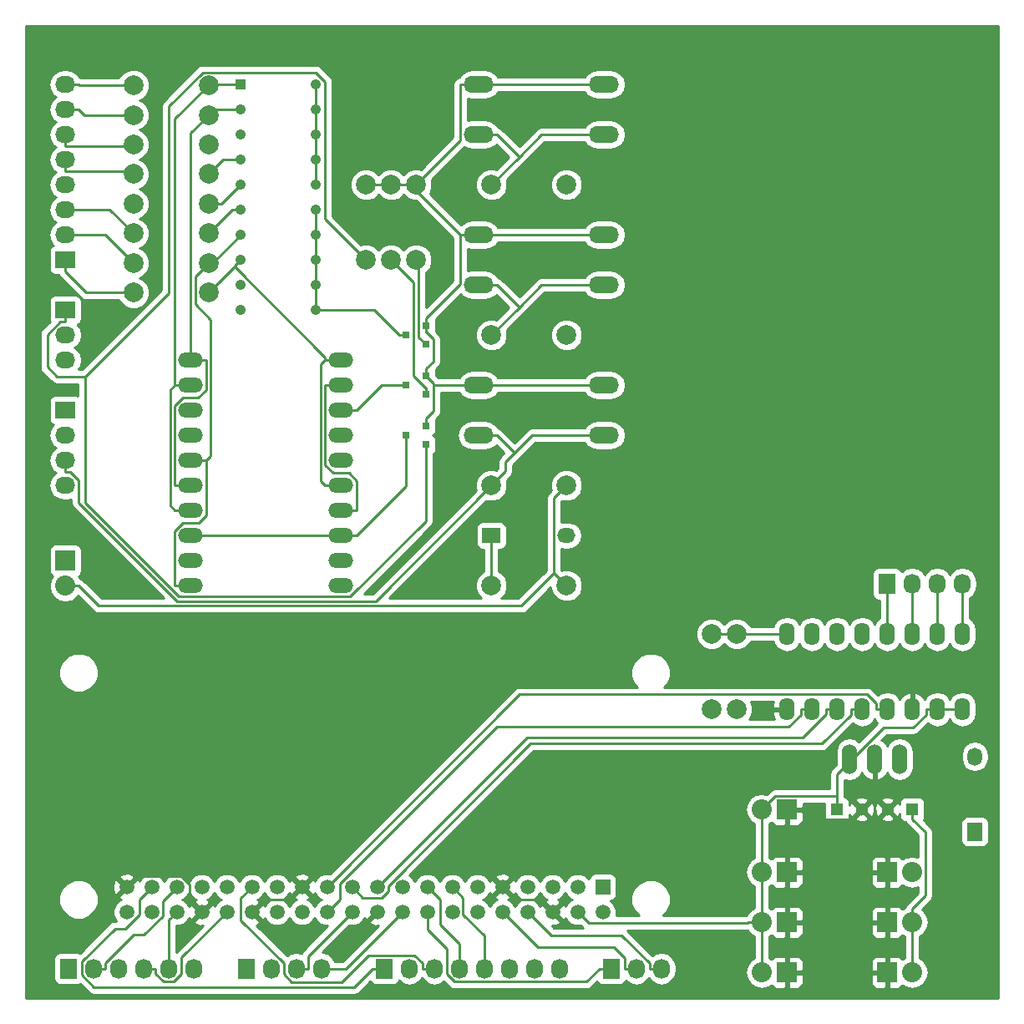
<source format=gtl>
G04 #@! TF.FileFunction,Copper,L1,Top,Signal*
%FSLAX46Y46*%
G04 Gerber Fmt 4.6, Leading zero omitted, Abs format (unit mm)*
G04 Created by KiCad (PCBNEW 4.0.2+dfsg1-stable) date 2019年09月16日 23時03分05秒*
%MOMM*%
G01*
G04 APERTURE LIST*
%ADD10C,0.100000*%
%ADD11R,1.508000X1.508000*%
%ADD12C,1.508000*%
%ADD13R,1.300000X1.300000*%
%ADD14C,1.300000*%
%ADD15R,2.032000X2.032000*%
%ADD16O,2.032000X2.032000*%
%ADD17R,1.727200X2.032000*%
%ADD18O,1.727200X2.032000*%
%ADD19R,2.032000X1.727200*%
%ADD20O,2.032000X1.727200*%
%ADD21R,0.800100X0.800100*%
%ADD22C,1.998980*%
%ADD23O,2.524000X1.524000*%
%ADD24R,1.824000X1.524000*%
%ADD25O,1.824000X1.524000*%
%ADD26O,3.048000X1.727200*%
%ADD27O,1.600000X2.300000*%
%ADD28R,1.050000X1.050000*%
%ADD29C,1.050000*%
%ADD30O,1.524000X3.048000*%
%ADD31R,1.524000X1.824000*%
%ADD32O,1.524000X1.824000*%
%ADD33C,0.250000*%
%ADD34C,0.254000*%
G04 APERTURE END LIST*
D10*
D11*
X84205200Y-157999000D03*
D12*
X84205200Y-160539000D03*
X81665200Y-157999000D03*
X81665200Y-160539000D03*
X79125200Y-157999000D03*
X79125200Y-160539000D03*
X76585200Y-157999000D03*
X76585200Y-160539000D03*
X74045200Y-157999000D03*
X74045200Y-160539000D03*
X71505200Y-157999000D03*
X71505200Y-160539000D03*
X68965200Y-157999000D03*
X68965200Y-160539000D03*
X66425200Y-157999000D03*
X66425200Y-160539000D03*
X63885200Y-157999000D03*
X63885200Y-160539000D03*
X61345200Y-157999000D03*
X61345200Y-160539000D03*
X58805200Y-157999000D03*
X58805200Y-160539000D03*
X56265200Y-157999000D03*
X56265200Y-160539000D03*
X53725200Y-157999000D03*
X53725200Y-160539000D03*
X51185200Y-157999000D03*
X51185200Y-160539000D03*
X48645200Y-157999000D03*
X48645200Y-160539000D03*
X46105200Y-157999000D03*
X46105200Y-160539000D03*
X43565200Y-157999000D03*
X43565200Y-160539000D03*
X41025200Y-157999000D03*
X41025200Y-160539000D03*
X38485200Y-157999000D03*
X38485200Y-160539000D03*
X35945200Y-157999000D03*
X35945200Y-160539000D03*
D13*
X115570000Y-150130000D03*
D14*
X113070000Y-150130000D03*
D13*
X107950000Y-150130000D03*
D14*
X110450000Y-150130000D03*
D15*
X113030000Y-161560000D03*
D16*
X115570000Y-161560000D03*
D15*
X113030000Y-166640000D03*
D16*
X115570000Y-166640000D03*
D15*
X113030000Y-156480000D03*
D16*
X115570000Y-156480000D03*
D15*
X102870000Y-150130000D03*
D16*
X100330000Y-150130000D03*
D15*
X102870000Y-156480000D03*
D16*
X100330000Y-156480000D03*
D15*
X102870000Y-161560000D03*
D16*
X100330000Y-161560000D03*
D15*
X102870000Y-166640000D03*
D16*
X100330000Y-166640000D03*
D17*
X113030000Y-127270000D03*
D18*
X115570000Y-127270000D03*
X118110000Y-127270000D03*
X120650000Y-127270000D03*
D17*
X30075200Y-166269000D03*
D18*
X32615200Y-166269000D03*
X35155200Y-166269000D03*
X37695200Y-166269000D03*
X40235200Y-166269000D03*
X42775200Y-166269000D03*
D17*
X62075200Y-166269000D03*
D18*
X64615200Y-166269000D03*
X67155200Y-166269000D03*
X69695200Y-166269000D03*
X72235200Y-166269000D03*
X74775200Y-166269000D03*
X77315200Y-166269000D03*
X79855200Y-166269000D03*
D17*
X48075200Y-166269000D03*
D18*
X50615200Y-166269000D03*
X53155200Y-166269000D03*
X55695200Y-166269000D03*
D17*
X85075200Y-166269000D03*
D18*
X87615200Y-166269000D03*
X90155200Y-166269000D03*
D15*
X29730000Y-124910000D03*
D16*
X29730000Y-127450000D03*
D19*
X29730000Y-99510000D03*
D20*
X29730000Y-102050000D03*
X29730000Y-104590000D03*
D19*
X29730000Y-94430000D03*
D20*
X29730000Y-91890000D03*
X29730000Y-89350000D03*
X29730000Y-86810000D03*
X29730000Y-84270000D03*
X29730000Y-81730000D03*
X29730000Y-79190000D03*
X29730000Y-76650000D03*
D19*
X29730000Y-109670000D03*
D20*
X29730000Y-112210000D03*
X29730000Y-114750000D03*
X29730000Y-117290000D03*
D21*
X66290760Y-113160000D03*
X66290760Y-111260000D03*
X64291780Y-112210000D03*
X66290760Y-108080000D03*
X66290760Y-106180000D03*
X64291780Y-107130000D03*
X66290760Y-103000000D03*
X66290760Y-101100000D03*
X64291780Y-102050000D03*
D22*
X97790000Y-139970000D03*
X97790000Y-132350000D03*
X95250000Y-132350000D03*
X95250000Y-139970000D03*
X44250000Y-76740000D03*
X36630000Y-76740000D03*
X44250000Y-79740000D03*
X36630000Y-79740000D03*
X44250000Y-82740000D03*
X36630000Y-82740000D03*
X44250000Y-85740000D03*
X36630000Y-85740000D03*
X44250000Y-88740000D03*
X36630000Y-88740000D03*
X60210000Y-94430000D03*
X60210000Y-86810000D03*
X44250000Y-91740000D03*
X36630000Y-91740000D03*
X44250000Y-94740000D03*
X36630000Y-94740000D03*
X44250000Y-97740000D03*
X36630000Y-97740000D03*
X62750000Y-94430000D03*
X62750000Y-86810000D03*
X80530000Y-127450000D03*
X72910000Y-127450000D03*
X80530000Y-117290000D03*
X72910000Y-117290000D03*
X80530000Y-102050000D03*
X72910000Y-102050000D03*
X80530000Y-86810000D03*
X72910000Y-86810000D03*
X65290000Y-94430000D03*
X65290000Y-86810000D03*
D23*
X57670000Y-127450000D03*
X57670000Y-124910000D03*
X57670000Y-122370000D03*
X57670000Y-119830000D03*
X57670000Y-117290000D03*
X42430000Y-117290000D03*
X42430000Y-119830000D03*
X42430000Y-122370000D03*
X42430000Y-124910000D03*
X42430000Y-127450000D03*
X57670000Y-114750000D03*
X57670000Y-112210000D03*
X57670000Y-109670000D03*
X57670000Y-107130000D03*
X57670000Y-104590000D03*
X42430000Y-104590000D03*
X42430000Y-107130000D03*
X42430000Y-109670000D03*
X42430000Y-112210000D03*
X42430000Y-114750000D03*
D24*
X72910000Y-122370000D03*
D25*
X80530000Y-122370000D03*
D26*
X71640000Y-112210000D03*
X71640000Y-107130000D03*
X84340000Y-112210000D03*
X84340000Y-107130000D03*
X71640000Y-96970000D03*
X71640000Y-91890000D03*
X84340000Y-96970000D03*
X84340000Y-91890000D03*
X71640000Y-81730000D03*
X71640000Y-76650000D03*
X84340000Y-81730000D03*
X84340000Y-76650000D03*
D27*
X120650000Y-132350000D03*
X118110000Y-132350000D03*
X115570000Y-132350000D03*
X113030000Y-132350000D03*
X110490000Y-132350000D03*
X107950000Y-132350000D03*
X105410000Y-132350000D03*
X102870000Y-132350000D03*
X102870000Y-139970000D03*
X105410000Y-139970000D03*
X107950000Y-139970000D03*
X110490000Y-139970000D03*
X113030000Y-139970000D03*
X115570000Y-139970000D03*
X118110000Y-139970000D03*
X120650000Y-139970000D03*
D28*
X47510000Y-76650000D03*
D29*
X47510000Y-79190000D03*
X47510000Y-81730000D03*
X47510000Y-84270000D03*
X47510000Y-86810000D03*
X47510000Y-89350000D03*
X47510000Y-91890000D03*
X47510000Y-94430000D03*
X47510000Y-96970000D03*
X47510000Y-99510000D03*
X55110000Y-99510000D03*
X55110000Y-96970000D03*
X55110000Y-94430000D03*
X55110000Y-91890000D03*
X55110000Y-89350000D03*
X55110000Y-86810000D03*
X55110000Y-84270000D03*
X55110000Y-81730000D03*
X55110000Y-79190000D03*
X55110000Y-76650000D03*
D30*
X114300000Y-145050000D03*
X111760000Y-145050000D03*
X109220000Y-145050000D03*
D31*
X121920000Y-152400000D03*
D32*
X121920000Y-144780000D03*
D33*
X107950000Y-150130000D02*
X107950000Y-149154700D01*
X120650000Y-139970000D02*
X118110000Y-139970000D01*
X100330000Y-166640000D02*
X100330000Y-161560000D01*
X100330000Y-161560000D02*
X100330000Y-156480000D01*
X100330000Y-156480000D02*
X100330000Y-150130000D01*
X98904500Y-161644200D02*
X98988700Y-161560000D01*
X82770400Y-161644200D02*
X98904500Y-161644200D01*
X81665200Y-160539000D02*
X82770400Y-161644200D01*
X100330000Y-161560000D02*
X98988700Y-161560000D01*
X109220000Y-145050000D02*
X109460000Y-145050000D01*
X107950000Y-149154700D02*
X107950000Y-148788200D01*
X101671800Y-148788200D02*
X100330000Y-150130000D01*
X107950000Y-148788200D02*
X101671800Y-148788200D01*
X107950000Y-146560000D02*
X109460000Y-145050000D01*
X107950000Y-148788200D02*
X107950000Y-146560000D01*
X116984700Y-140532600D02*
X116984700Y-139970000D01*
X115683100Y-141834200D02*
X116984700Y-140532600D01*
X112675800Y-141834200D02*
X115683100Y-141834200D01*
X109460000Y-145050000D02*
X112675800Y-141834200D01*
X118110000Y-139970000D02*
X116984700Y-139970000D01*
X113030000Y-156480000D02*
X113030000Y-161560000D01*
X113030000Y-161560000D02*
X113030000Y-166640000D01*
X102870000Y-166640000D02*
X102870000Y-165298700D01*
X102870000Y-161560000D02*
X102870000Y-165298700D01*
X102870000Y-150130000D02*
X104211300Y-150130000D01*
X105186700Y-151105400D02*
X104211300Y-150130000D01*
X102870000Y-156480000D02*
X102870000Y-161560000D01*
X105186700Y-152822000D02*
X105186700Y-151105400D01*
X102870000Y-155138700D02*
X105186700Y-152822000D01*
X102870000Y-156480000D02*
X102870000Y-155138700D01*
X49915200Y-159269000D02*
X48645200Y-160539000D01*
X52455200Y-159269000D02*
X49915200Y-159269000D01*
X53725200Y-157999000D02*
X52455200Y-159269000D01*
X42295200Y-159269000D02*
X43565200Y-160539000D01*
X42295200Y-157732900D02*
X42295200Y-159269000D01*
X41457000Y-156894700D02*
X42295200Y-157732900D01*
X37049500Y-156894700D02*
X41457000Y-156894700D01*
X35945200Y-157999000D02*
X37049500Y-156894700D01*
X77855200Y-159269000D02*
X79125200Y-160539000D01*
X75315200Y-159269000D02*
X77855200Y-159269000D01*
X74045200Y-157999000D02*
X75315200Y-159269000D01*
X113030000Y-156480000D02*
X113030000Y-155138700D01*
X109587300Y-151105400D02*
X105186700Y-151105400D01*
X109587300Y-150992700D02*
X109587300Y-151105400D01*
X110450000Y-150130000D02*
X109587300Y-150992700D01*
X109587300Y-151696000D02*
X113030000Y-155138700D01*
X109587300Y-151105400D02*
X109587300Y-151696000D01*
X111760000Y-148820000D02*
X113070000Y-150130000D01*
X111760000Y-145050000D02*
X111760000Y-148820000D01*
X111760000Y-148820000D02*
X110450000Y-150130000D01*
X90155200Y-166269000D02*
X88966300Y-166269000D01*
X78963800Y-162917600D02*
X76585200Y-160539000D01*
X86135000Y-162917600D02*
X78963800Y-162917600D01*
X88966300Y-165748900D02*
X86135000Y-162917600D01*
X88966300Y-166269000D02*
X88966300Y-165748900D01*
X77610100Y-164103900D02*
X74045200Y-160539000D01*
X85301500Y-164103900D02*
X77610100Y-164103900D01*
X86426300Y-165228700D02*
X85301500Y-164103900D01*
X86426300Y-166269000D02*
X86426300Y-165228700D01*
X87615200Y-166269000D02*
X86426300Y-166269000D01*
X70044600Y-159078400D02*
X68965200Y-157999000D01*
X70044600Y-160764300D02*
X70044600Y-159078400D01*
X72235200Y-162954900D02*
X70044600Y-160764300D01*
X72235200Y-166269000D02*
X72235200Y-162954900D01*
X67695200Y-159269000D02*
X66425200Y-157999000D01*
X67695200Y-161794900D02*
X67695200Y-159269000D01*
X69695200Y-163794900D02*
X67695200Y-161794900D01*
X69695200Y-166269000D02*
X69695200Y-163794900D01*
X66425200Y-162318500D02*
X66425200Y-160539000D01*
X68368300Y-164261600D02*
X66425200Y-162318500D01*
X68368300Y-166822300D02*
X68368300Y-164261600D01*
X69157300Y-167611300D02*
X68368300Y-166822300D01*
X82544000Y-167611300D02*
X69157300Y-167611300D01*
X83886300Y-166269000D02*
X82544000Y-167611300D01*
X85075200Y-166269000D02*
X83886300Y-166269000D01*
X58155200Y-166269000D02*
X55695200Y-166269000D01*
X63885200Y-160539000D02*
X58155200Y-166269000D01*
X107950000Y-139970000D02*
X106824700Y-139970000D01*
X106824700Y-140497500D02*
X106824700Y-139970000D01*
X104484500Y-142837700D02*
X106824700Y-140497500D01*
X76506500Y-142837700D02*
X104484500Y-142837700D01*
X61345200Y-157999000D02*
X76506500Y-142837700D01*
X110490000Y-139970000D02*
X109364700Y-139970000D01*
X109364700Y-140532600D02*
X109364700Y-139970000D01*
X106434200Y-143463100D02*
X109364700Y-140532600D01*
X76894600Y-143463100D02*
X106434200Y-143463100D01*
X62455900Y-157901800D02*
X76894600Y-143463100D01*
X62455900Y-158414900D02*
X62455900Y-157901800D01*
X61792400Y-159078400D02*
X62455900Y-158414900D01*
X59884600Y-159078400D02*
X61792400Y-159078400D01*
X58805200Y-157999000D02*
X59884600Y-159078400D01*
X54344100Y-165000100D02*
X58805200Y-160539000D01*
X54344100Y-166269000D02*
X54344100Y-165000100D01*
X53155200Y-166269000D02*
X54344100Y-166269000D01*
X75777600Y-138486600D02*
X56265200Y-157999000D01*
X110983900Y-138486600D02*
X75777600Y-138486600D01*
X111904700Y-139407400D02*
X110983900Y-138486600D01*
X111904700Y-139970000D02*
X111904700Y-139407400D01*
X113030000Y-139970000D02*
X111904700Y-139970000D01*
X57535200Y-159269000D02*
X56265200Y-160539000D01*
X57535200Y-157697000D02*
X57535200Y-159269000D01*
X73449100Y-141783100D02*
X57535200Y-157697000D01*
X103034200Y-141783100D02*
X73449100Y-141783100D01*
X104284700Y-140532600D02*
X103034200Y-141783100D01*
X104284700Y-139970000D02*
X104284700Y-140532600D01*
X105410000Y-139970000D02*
X104284700Y-139970000D01*
X47533900Y-159110300D02*
X48645200Y-157999000D01*
X47533900Y-161353400D02*
X47533900Y-159110300D01*
X51885200Y-165704700D02*
X47533900Y-161353400D01*
X51885200Y-166837900D02*
X51885200Y-165704700D01*
X52660900Y-167613600D02*
X51885200Y-166837900D01*
X57770000Y-167613600D02*
X52660900Y-167613600D01*
X60456000Y-164927600D02*
X57770000Y-167613600D01*
X65145000Y-164927600D02*
X60456000Y-164927600D01*
X65966300Y-165748900D02*
X65145000Y-164927600D01*
X65966300Y-166269000D02*
X65966300Y-165748900D01*
X67155200Y-166269000D02*
X65966300Y-166269000D01*
X41505200Y-165139000D02*
X46105200Y-160539000D01*
X41505200Y-166836400D02*
X41505200Y-165139000D01*
X40729800Y-167611800D02*
X41505200Y-166836400D01*
X39706800Y-167611800D02*
X40729800Y-167611800D01*
X38884100Y-166789100D02*
X39706800Y-167611800D01*
X38884100Y-166269000D02*
X38884100Y-166789100D01*
X37695200Y-166269000D02*
X38884100Y-166269000D01*
X39595900Y-159428300D02*
X41025200Y-157999000D01*
X39595900Y-160954900D02*
X39595900Y-159428300D01*
X37692000Y-162858800D02*
X39595900Y-160954900D01*
X36694200Y-162858800D02*
X37692000Y-162858800D01*
X33804100Y-165748900D02*
X36694200Y-162858800D01*
X33804100Y-166269000D02*
X33804100Y-165748900D01*
X32615200Y-166269000D02*
X33804100Y-166269000D01*
X40235200Y-161329000D02*
X41025200Y-160539000D01*
X40235200Y-166269000D02*
X40235200Y-161329000D01*
X37215200Y-159269000D02*
X38485200Y-157999000D01*
X37215200Y-160816600D02*
X37215200Y-159269000D01*
X35814000Y-162217800D02*
X37215200Y-160816600D01*
X34769800Y-162217800D02*
X35814000Y-162217800D01*
X31415500Y-165572100D02*
X34769800Y-162217800D01*
X31415500Y-166925000D02*
X31415500Y-165572100D01*
X32619300Y-168128800D02*
X31415500Y-166925000D01*
X59026500Y-168128800D02*
X32619300Y-168128800D01*
X60886300Y-166269000D02*
X59026500Y-168128800D01*
X62075200Y-166269000D02*
X60886300Y-166269000D01*
X115570000Y-166640000D02*
X115570000Y-161560000D01*
X116911300Y-158877400D02*
X115570000Y-160218700D01*
X116911300Y-152446600D02*
X116911300Y-158877400D01*
X115570000Y-151105300D02*
X116911300Y-152446600D01*
X115570000Y-150130000D02*
X115570000Y-151105300D01*
X115570000Y-161560000D02*
X115570000Y-160218700D01*
X44340000Y-76650000D02*
X44250000Y-76740000D01*
X47510000Y-76650000D02*
X44340000Y-76650000D01*
X40842700Y-80147300D02*
X40842700Y-107130000D01*
X44250000Y-76740000D02*
X40842700Y-80147300D01*
X40955300Y-107130000D02*
X40842800Y-107130000D01*
X40842800Y-107130000D02*
X40842700Y-107130000D01*
X42430000Y-107130000D02*
X40955300Y-107130000D01*
X40345000Y-119332300D02*
X40842700Y-119830000D01*
X40345000Y-107627800D02*
X40345000Y-119332300D01*
X40842800Y-107130000D02*
X40345000Y-107627800D01*
X42430000Y-119830000D02*
X40842700Y-119830000D01*
X55110000Y-76650000D02*
X55110000Y-79190000D01*
X55110000Y-79190000D02*
X55110000Y-81730000D01*
X55110000Y-81730000D02*
X55110000Y-84270000D01*
X55110000Y-84270000D02*
X55110000Y-86810000D01*
X55110000Y-89350000D02*
X55110000Y-91890000D01*
X55110000Y-96970000D02*
X55110000Y-94430000D01*
X55110000Y-94430000D02*
X55110000Y-91890000D01*
X55110000Y-96970000D02*
X55110000Y-99510000D01*
X64291800Y-102050000D02*
X63566400Y-102050000D01*
X61026400Y-99510000D02*
X55110000Y-99510000D01*
X63566400Y-102050000D02*
X61026400Y-99510000D01*
X44800000Y-79190000D02*
X44250000Y-79740000D01*
X47510000Y-79190000D02*
X44800000Y-79190000D01*
X42430000Y-117290000D02*
X40842700Y-117290000D01*
X42430000Y-81560000D02*
X42430000Y-104590000D01*
X44250000Y-79740000D02*
X42430000Y-81560000D01*
X40842700Y-109213000D02*
X40842700Y-117290000D01*
X41655700Y-108400000D02*
X40842700Y-109213000D01*
X43208000Y-108400000D02*
X41655700Y-108400000D01*
X44017300Y-107590700D02*
X43208000Y-108400000D01*
X44017300Y-104590000D02*
X44017300Y-107590700D01*
X42430000Y-104590000D02*
X44017300Y-104590000D01*
X59257300Y-116814900D02*
X59257300Y-119830000D01*
X58462400Y-116020000D02*
X59257300Y-116814900D01*
X56881900Y-116020000D02*
X58462400Y-116020000D01*
X56082700Y-115220800D02*
X56881900Y-116020000D01*
X56082700Y-107130000D02*
X56082700Y-115220800D01*
X57670000Y-107130000D02*
X56082700Y-107130000D01*
X57670000Y-119830000D02*
X59257300Y-119830000D01*
X45720000Y-84270000D02*
X44250000Y-85740000D01*
X47510000Y-84270000D02*
X45720000Y-84270000D01*
X45580000Y-88740000D02*
X44250000Y-88740000D01*
X47510000Y-86810000D02*
X45580000Y-88740000D01*
X46640000Y-89350000D02*
X44250000Y-91740000D01*
X47510000Y-89350000D02*
X46640000Y-89350000D01*
X42430000Y-114750000D02*
X44017300Y-114750000D01*
X44660000Y-94740000D02*
X44250000Y-94740000D01*
X47510000Y-91890000D02*
X44660000Y-94740000D01*
X42901300Y-96088700D02*
X44250000Y-94740000D01*
X42901300Y-98930900D02*
X42901300Y-96088700D01*
X44488300Y-100517900D02*
X42901300Y-98930900D01*
X44488300Y-114279000D02*
X44488300Y-100517900D01*
X44017300Y-114750000D02*
X44488300Y-114279000D01*
X42430000Y-127450000D02*
X40842700Y-127450000D01*
X40842700Y-121918000D02*
X40842700Y-127450000D01*
X41660700Y-121100000D02*
X40842700Y-121918000D01*
X43222600Y-121100000D02*
X41660700Y-121100000D01*
X44017300Y-120305300D02*
X43222600Y-121100000D01*
X44017300Y-114750000D02*
X44017300Y-120305300D01*
X57670000Y-104590000D02*
X56082700Y-104590000D01*
X46894900Y-95045100D02*
X46894900Y-95095100D01*
X47510000Y-94430000D02*
X46894900Y-95045100D01*
X46894900Y-95095100D02*
X44250000Y-97740000D01*
X57670000Y-117290000D02*
X56082700Y-117290000D01*
X56082700Y-104282900D02*
X56082700Y-104590000D01*
X46894900Y-95095100D02*
X56082700Y-104282900D01*
X55632300Y-116839600D02*
X56082700Y-117290000D01*
X55632300Y-105040400D02*
X55632300Y-116839600D01*
X56082700Y-104590000D02*
X55632300Y-105040400D01*
X113030000Y-132350000D02*
X113030000Y-127270000D01*
X115570000Y-132350000D02*
X115570000Y-127270000D01*
X118110000Y-132350000D02*
X118110000Y-127270000D01*
X120650000Y-132350000D02*
X120650000Y-127270000D01*
X62750000Y-86810000D02*
X60210000Y-86810000D01*
X62750000Y-86810000D02*
X65290000Y-86810000D01*
X66290800Y-111260000D02*
X66290800Y-110534600D01*
X66290800Y-106180000D02*
X66290800Y-105454600D01*
X67016100Y-104729300D02*
X66290800Y-105454600D01*
X67016100Y-102459800D02*
X67016100Y-104729300D01*
X66381600Y-101825300D02*
X67016100Y-102459800D01*
X66290800Y-101825300D02*
X66381600Y-101825300D01*
X66290800Y-101462600D02*
X66290800Y-101825300D01*
X66290800Y-101462600D02*
X66290800Y-101100000D01*
X71640000Y-107130000D02*
X84340000Y-107130000D01*
X71640000Y-107130000D02*
X69790700Y-107130000D01*
X67062700Y-107130000D02*
X69790700Y-107130000D01*
X67062700Y-109762700D02*
X67062700Y-107130000D01*
X66290800Y-110534600D02*
X67062700Y-109762700D01*
X67062700Y-106951900D02*
X66290800Y-106180000D01*
X67062700Y-107130000D02*
X67062700Y-106951900D01*
X84340000Y-91890000D02*
X71640000Y-91890000D01*
X69790700Y-96874700D02*
X66290800Y-100374600D01*
X69790700Y-91890000D02*
X69790700Y-96874700D01*
X66290800Y-101100000D02*
X66290800Y-100374600D01*
X71640000Y-76650000D02*
X84340000Y-76650000D01*
X69790700Y-82309300D02*
X65290000Y-86810000D01*
X69790700Y-76650000D02*
X69790700Y-82309300D01*
X71640000Y-76650000D02*
X69790700Y-76650000D01*
X71640000Y-91890000D02*
X69903300Y-91890000D01*
X69903300Y-91890000D02*
X69790700Y-91890000D01*
X65290000Y-87389300D02*
X65290000Y-86810000D01*
X69790700Y-91890000D02*
X65290000Y-87389300D01*
X29730000Y-127450000D02*
X31071300Y-127450000D01*
X33129000Y-129507700D02*
X31071300Y-127450000D01*
X75961100Y-129507700D02*
X33129000Y-129507700D01*
X79274400Y-126194400D02*
X75961100Y-129507700D01*
X79274400Y-118545600D02*
X79274400Y-126194400D01*
X80530000Y-117290000D02*
X79274400Y-118545600D01*
X79274400Y-126194400D02*
X80530000Y-127450000D01*
X29730000Y-99510000D02*
X29730000Y-100698900D01*
X66290800Y-113160000D02*
X66290800Y-113885300D01*
X66290800Y-120882800D02*
X66290800Y-113885300D01*
X58616500Y-128557100D02*
X66290800Y-120882800D01*
X41263100Y-128557100D02*
X58616500Y-128557100D01*
X31735600Y-119029600D02*
X41263100Y-128557100D01*
X31735600Y-106251300D02*
X31735600Y-119029600D01*
X56072500Y-90292500D02*
X60210000Y-94430000D01*
X56072500Y-76404200D02*
X56072500Y-90292500D01*
X55082900Y-75414600D02*
X56072500Y-76404200D01*
X43661300Y-75414600D02*
X55082900Y-75414600D01*
X40204500Y-78871400D02*
X43661300Y-75414600D01*
X40204500Y-97782400D02*
X40204500Y-78871400D01*
X31735600Y-106251300D02*
X40204500Y-97782400D01*
X28878900Y-106251300D02*
X31735600Y-106251300D01*
X27900800Y-105273200D02*
X28878900Y-106251300D01*
X27900800Y-102008000D02*
X27900800Y-105273200D01*
X29209900Y-100698900D02*
X27900800Y-102008000D01*
X29730000Y-100698900D02*
X29209900Y-100698900D01*
X66200100Y-107354600D02*
X66290800Y-107354600D01*
X65017200Y-106171700D02*
X66200100Y-107354600D01*
X65017200Y-96697200D02*
X65017200Y-106171700D01*
X62750000Y-94430000D02*
X65017200Y-96697200D01*
X66290800Y-108080000D02*
X66290800Y-107354600D01*
X65565400Y-94705400D02*
X65290000Y-94430000D01*
X65565400Y-102274600D02*
X65565400Y-94705400D01*
X66290800Y-103000000D02*
X65565400Y-102274600D01*
X31851100Y-97740000D02*
X29730000Y-95618900D01*
X36630000Y-97740000D02*
X31851100Y-97740000D01*
X29730000Y-94430000D02*
X29730000Y-95618900D01*
X33780000Y-91890000D02*
X29730000Y-91890000D01*
X36630000Y-94740000D02*
X33780000Y-91890000D01*
X34240000Y-89350000D02*
X29730000Y-89350000D01*
X36630000Y-91740000D02*
X34240000Y-89350000D01*
X36348900Y-85458900D02*
X29730000Y-85458900D01*
X36630000Y-85740000D02*
X36348900Y-85458900D01*
X29730000Y-84270000D02*
X29730000Y-85458900D01*
X36451100Y-82918900D02*
X29730000Y-82918900D01*
X36630000Y-82740000D02*
X36451100Y-82918900D01*
X29730000Y-81730000D02*
X29730000Y-82918900D01*
X31621300Y-79740000D02*
X31071300Y-79190000D01*
X36630000Y-79740000D02*
X31621300Y-79740000D01*
X29730000Y-79190000D02*
X31071300Y-79190000D01*
X31161300Y-76740000D02*
X31071300Y-76650000D01*
X36630000Y-76740000D02*
X31161300Y-76740000D01*
X29730000Y-76650000D02*
X31071300Y-76650000D01*
X71640000Y-81730000D02*
X73489300Y-81730000D01*
X73489300Y-81730000D02*
X75739700Y-83980300D01*
X77990000Y-81730000D02*
X75739700Y-83980300D01*
X84340000Y-81730000D02*
X77990000Y-81730000D01*
X75739700Y-83980300D02*
X72910000Y-86810000D01*
X71640000Y-96970000D02*
X73489300Y-96970000D01*
X73489300Y-96970000D02*
X75739700Y-99220300D01*
X77990000Y-96970000D02*
X75739700Y-99220300D01*
X84340000Y-96970000D02*
X77990000Y-96970000D01*
X75739700Y-99220300D02*
X72910000Y-102050000D01*
X29730000Y-114750000D02*
X29730000Y-115938900D01*
X71640000Y-112210000D02*
X73489300Y-112210000D01*
X73489300Y-112210000D02*
X75274600Y-113995200D01*
X77059800Y-112210000D02*
X75274600Y-113995200D01*
X84340000Y-112210000D02*
X77059800Y-112210000D01*
X74349900Y-115850100D02*
X72910000Y-117290000D01*
X74349900Y-114919900D02*
X74349900Y-115850100D01*
X75274600Y-113995200D02*
X74349900Y-114919900D01*
X30250100Y-115938900D02*
X29730000Y-115938900D01*
X31081000Y-116769800D02*
X30250100Y-115938900D01*
X31081000Y-119014500D02*
X31081000Y-116769800D01*
X41079900Y-129013400D02*
X31081000Y-119014500D01*
X61186600Y-129013400D02*
X41079900Y-129013400D01*
X72910000Y-117290000D02*
X61186600Y-129013400D01*
X72910000Y-122370000D02*
X72910000Y-127450000D01*
X42430000Y-122370000D02*
X57670000Y-122370000D01*
X64291800Y-117335500D02*
X64291800Y-112210000D01*
X59257300Y-122370000D02*
X64291800Y-117335500D01*
X57670000Y-122370000D02*
X59257300Y-122370000D01*
X61797300Y-107130000D02*
X59257300Y-109670000D01*
X64291800Y-107130000D02*
X61797300Y-107130000D01*
X57670000Y-109670000D02*
X59257300Y-109670000D01*
X102870000Y-132350000D02*
X97790000Y-132350000D01*
X97790000Y-132350000D02*
X95250000Y-132350000D01*
D34*
G36*
X124290000Y-169290000D02*
X25710000Y-169290000D01*
X25710000Y-165253000D01*
X28564160Y-165253000D01*
X28564160Y-167285000D01*
X28608438Y-167520317D01*
X28747510Y-167736441D01*
X28959710Y-167881431D01*
X29211600Y-167932440D01*
X30938800Y-167932440D01*
X31174117Y-167888162D01*
X31253061Y-167837363D01*
X32081899Y-168666201D01*
X32328460Y-168830948D01*
X32619300Y-168888800D01*
X59026500Y-168888800D01*
X59317339Y-168830948D01*
X59563901Y-168666201D01*
X60648119Y-167581983D01*
X60747510Y-167736441D01*
X60959710Y-167881431D01*
X61211600Y-167932440D01*
X62938800Y-167932440D01*
X63174117Y-167888162D01*
X63390241Y-167749090D01*
X63535231Y-167536890D01*
X63543600Y-167495561D01*
X63555530Y-167513415D01*
X64041711Y-167838271D01*
X64615200Y-167952345D01*
X65188689Y-167838271D01*
X65674870Y-167513415D01*
X65885200Y-167198634D01*
X66095530Y-167513415D01*
X66581711Y-167838271D01*
X67155200Y-167952345D01*
X67728689Y-167838271D01*
X68076841Y-167605643D01*
X68619899Y-168148702D01*
X68832865Y-168291000D01*
X68866461Y-168313448D01*
X69157300Y-168371300D01*
X82544000Y-168371300D01*
X82834839Y-168313448D01*
X83081401Y-168148701D01*
X83648119Y-167581983D01*
X83747510Y-167736441D01*
X83959710Y-167881431D01*
X84211600Y-167932440D01*
X85938800Y-167932440D01*
X86174117Y-167888162D01*
X86390241Y-167749090D01*
X86535231Y-167536890D01*
X86543600Y-167495561D01*
X86555530Y-167513415D01*
X87041711Y-167838271D01*
X87615200Y-167952345D01*
X88188689Y-167838271D01*
X88674870Y-167513415D01*
X88885200Y-167198634D01*
X89095530Y-167513415D01*
X89581711Y-167838271D01*
X90155200Y-167952345D01*
X90728689Y-167838271D01*
X91214870Y-167513415D01*
X91539726Y-167027234D01*
X91653800Y-166453745D01*
X91653800Y-166084255D01*
X91539726Y-165510766D01*
X91214870Y-165024585D01*
X90728689Y-164699729D01*
X90155200Y-164585655D01*
X89581711Y-164699729D01*
X89228164Y-164935962D01*
X86696402Y-162404200D01*
X98904500Y-162404200D01*
X98913101Y-162402489D01*
X99130222Y-162727433D01*
X99570000Y-163021283D01*
X99570000Y-165178717D01*
X99130222Y-165472567D01*
X98772330Y-166008190D01*
X98646655Y-166640000D01*
X98772330Y-167271810D01*
X99130222Y-167807433D01*
X99665845Y-168165325D01*
X100297655Y-168291000D01*
X100362345Y-168291000D01*
X100994155Y-168165325D01*
X101294519Y-167964628D01*
X101315673Y-168015699D01*
X101494302Y-168194327D01*
X101727691Y-168291000D01*
X102584250Y-168291000D01*
X102743000Y-168132250D01*
X102743000Y-166767000D01*
X102997000Y-166767000D01*
X102997000Y-168132250D01*
X103155750Y-168291000D01*
X104012309Y-168291000D01*
X104245698Y-168194327D01*
X104424327Y-168015699D01*
X104521000Y-167782310D01*
X104521000Y-166925750D01*
X111379000Y-166925750D01*
X111379000Y-167782310D01*
X111475673Y-168015699D01*
X111654302Y-168194327D01*
X111887691Y-168291000D01*
X112744250Y-168291000D01*
X112903000Y-168132250D01*
X112903000Y-166767000D01*
X111537750Y-166767000D01*
X111379000Y-166925750D01*
X104521000Y-166925750D01*
X104362250Y-166767000D01*
X102997000Y-166767000D01*
X102743000Y-166767000D01*
X102723000Y-166767000D01*
X102723000Y-166513000D01*
X102743000Y-166513000D01*
X102743000Y-165147750D01*
X102997000Y-165147750D01*
X102997000Y-166513000D01*
X104362250Y-166513000D01*
X104521000Y-166354250D01*
X104521000Y-165497690D01*
X111379000Y-165497690D01*
X111379000Y-166354250D01*
X111537750Y-166513000D01*
X112903000Y-166513000D01*
X112903000Y-165147750D01*
X112744250Y-164989000D01*
X111887691Y-164989000D01*
X111654302Y-165085673D01*
X111475673Y-165264301D01*
X111379000Y-165497690D01*
X104521000Y-165497690D01*
X104424327Y-165264301D01*
X104245698Y-165085673D01*
X104012309Y-164989000D01*
X103155750Y-164989000D01*
X102997000Y-165147750D01*
X102743000Y-165147750D01*
X102584250Y-164989000D01*
X101727691Y-164989000D01*
X101494302Y-165085673D01*
X101315673Y-165264301D01*
X101294519Y-165315372D01*
X101090000Y-165178717D01*
X101090000Y-163021283D01*
X101294519Y-162884628D01*
X101315673Y-162935699D01*
X101494302Y-163114327D01*
X101727691Y-163211000D01*
X102584250Y-163211000D01*
X102743000Y-163052250D01*
X102743000Y-161687000D01*
X102997000Y-161687000D01*
X102997000Y-163052250D01*
X103155750Y-163211000D01*
X104012309Y-163211000D01*
X104245698Y-163114327D01*
X104424327Y-162935699D01*
X104521000Y-162702310D01*
X104521000Y-161845750D01*
X111379000Y-161845750D01*
X111379000Y-162702310D01*
X111475673Y-162935699D01*
X111654302Y-163114327D01*
X111887691Y-163211000D01*
X112744250Y-163211000D01*
X112903000Y-163052250D01*
X112903000Y-161687000D01*
X111537750Y-161687000D01*
X111379000Y-161845750D01*
X104521000Y-161845750D01*
X104362250Y-161687000D01*
X102997000Y-161687000D01*
X102743000Y-161687000D01*
X102723000Y-161687000D01*
X102723000Y-161433000D01*
X102743000Y-161433000D01*
X102743000Y-160067750D01*
X102997000Y-160067750D01*
X102997000Y-161433000D01*
X104362250Y-161433000D01*
X104521000Y-161274250D01*
X104521000Y-160417690D01*
X111379000Y-160417690D01*
X111379000Y-161274250D01*
X111537750Y-161433000D01*
X112903000Y-161433000D01*
X112903000Y-160067750D01*
X112744250Y-159909000D01*
X111887691Y-159909000D01*
X111654302Y-160005673D01*
X111475673Y-160184301D01*
X111379000Y-160417690D01*
X104521000Y-160417690D01*
X104424327Y-160184301D01*
X104245698Y-160005673D01*
X104012309Y-159909000D01*
X103155750Y-159909000D01*
X102997000Y-160067750D01*
X102743000Y-160067750D01*
X102584250Y-159909000D01*
X101727691Y-159909000D01*
X101494302Y-160005673D01*
X101315673Y-160184301D01*
X101294519Y-160235372D01*
X101090000Y-160098717D01*
X101090000Y-157941283D01*
X101294519Y-157804628D01*
X101315673Y-157855699D01*
X101494302Y-158034327D01*
X101727691Y-158131000D01*
X102584250Y-158131000D01*
X102743000Y-157972250D01*
X102743000Y-156607000D01*
X102997000Y-156607000D01*
X102997000Y-157972250D01*
X103155750Y-158131000D01*
X104012309Y-158131000D01*
X104245698Y-158034327D01*
X104424327Y-157855699D01*
X104521000Y-157622310D01*
X104521000Y-156765750D01*
X111379000Y-156765750D01*
X111379000Y-157622310D01*
X111475673Y-157855699D01*
X111654302Y-158034327D01*
X111887691Y-158131000D01*
X112744250Y-158131000D01*
X112903000Y-157972250D01*
X112903000Y-156607000D01*
X111537750Y-156607000D01*
X111379000Y-156765750D01*
X104521000Y-156765750D01*
X104362250Y-156607000D01*
X102997000Y-156607000D01*
X102743000Y-156607000D01*
X102723000Y-156607000D01*
X102723000Y-156353000D01*
X102743000Y-156353000D01*
X102743000Y-154987750D01*
X102997000Y-154987750D01*
X102997000Y-156353000D01*
X104362250Y-156353000D01*
X104521000Y-156194250D01*
X104521000Y-155337690D01*
X111379000Y-155337690D01*
X111379000Y-156194250D01*
X111537750Y-156353000D01*
X112903000Y-156353000D01*
X112903000Y-154987750D01*
X113157000Y-154987750D01*
X113157000Y-156353000D01*
X113177000Y-156353000D01*
X113177000Y-156607000D01*
X113157000Y-156607000D01*
X113157000Y-157972250D01*
X113315750Y-158131000D01*
X114172309Y-158131000D01*
X114405698Y-158034327D01*
X114584327Y-157855699D01*
X114605481Y-157804628D01*
X114905845Y-158005325D01*
X115537655Y-158131000D01*
X115602345Y-158131000D01*
X116151300Y-158021806D01*
X116151300Y-158562598D01*
X115032599Y-159681299D01*
X114867852Y-159927861D01*
X114837525Y-160080325D01*
X114605481Y-160235372D01*
X114584327Y-160184301D01*
X114405698Y-160005673D01*
X114172309Y-159909000D01*
X113315750Y-159909000D01*
X113157000Y-160067750D01*
X113157000Y-161433000D01*
X113177000Y-161433000D01*
X113177000Y-161687000D01*
X113157000Y-161687000D01*
X113157000Y-163052250D01*
X113315750Y-163211000D01*
X114172309Y-163211000D01*
X114405698Y-163114327D01*
X114584327Y-162935699D01*
X114605481Y-162884628D01*
X114810000Y-163021283D01*
X114810000Y-165178717D01*
X114605481Y-165315372D01*
X114584327Y-165264301D01*
X114405698Y-165085673D01*
X114172309Y-164989000D01*
X113315750Y-164989000D01*
X113157000Y-165147750D01*
X113157000Y-166513000D01*
X113177000Y-166513000D01*
X113177000Y-166767000D01*
X113157000Y-166767000D01*
X113157000Y-168132250D01*
X113315750Y-168291000D01*
X114172309Y-168291000D01*
X114405698Y-168194327D01*
X114584327Y-168015699D01*
X114605481Y-167964628D01*
X114905845Y-168165325D01*
X115537655Y-168291000D01*
X115602345Y-168291000D01*
X116234155Y-168165325D01*
X116769778Y-167807433D01*
X117127670Y-167271810D01*
X117253345Y-166640000D01*
X117127670Y-166008190D01*
X116769778Y-165472567D01*
X116330000Y-165178717D01*
X116330000Y-163021283D01*
X116769778Y-162727433D01*
X117127670Y-162191810D01*
X117253345Y-161560000D01*
X117127670Y-160928190D01*
X116769778Y-160392567D01*
X116590635Y-160272867D01*
X117448701Y-159414801D01*
X117613448Y-159168239D01*
X117671300Y-158877400D01*
X117671300Y-152446600D01*
X117613448Y-152155761D01*
X117448701Y-151909199D01*
X117027502Y-151488000D01*
X120510560Y-151488000D01*
X120510560Y-153312000D01*
X120554838Y-153547317D01*
X120693910Y-153763441D01*
X120906110Y-153908431D01*
X121158000Y-153959440D01*
X122682000Y-153959440D01*
X122917317Y-153915162D01*
X123133441Y-153776090D01*
X123278431Y-153563890D01*
X123329440Y-153312000D01*
X123329440Y-151488000D01*
X123285162Y-151252683D01*
X123146090Y-151036559D01*
X122933890Y-150891569D01*
X122682000Y-150840560D01*
X121158000Y-150840560D01*
X120922683Y-150884838D01*
X120706559Y-151023910D01*
X120561569Y-151236110D01*
X120510560Y-151488000D01*
X117027502Y-151488000D01*
X116716965Y-151177463D01*
X116816431Y-151031890D01*
X116867440Y-150780000D01*
X116867440Y-149480000D01*
X116823162Y-149244683D01*
X116684090Y-149028559D01*
X116471890Y-148883569D01*
X116220000Y-148832560D01*
X114920000Y-148832560D01*
X114684683Y-148876838D01*
X114468559Y-149015910D01*
X114323569Y-149228110D01*
X114272560Y-149480000D01*
X114272560Y-149642385D01*
X114199611Y-149466271D01*
X113969016Y-149410590D01*
X113249605Y-150130000D01*
X113969016Y-150849410D01*
X114199611Y-150793729D01*
X114272560Y-150584098D01*
X114272560Y-150780000D01*
X114316838Y-151015317D01*
X114455910Y-151231441D01*
X114668110Y-151376431D01*
X114883879Y-151420125D01*
X115032599Y-151642701D01*
X116151300Y-152761402D01*
X116151300Y-154938194D01*
X115602345Y-154829000D01*
X115537655Y-154829000D01*
X114905845Y-154954675D01*
X114605481Y-155155372D01*
X114584327Y-155104301D01*
X114405698Y-154925673D01*
X114172309Y-154829000D01*
X113315750Y-154829000D01*
X113157000Y-154987750D01*
X112903000Y-154987750D01*
X112744250Y-154829000D01*
X111887691Y-154829000D01*
X111654302Y-154925673D01*
X111475673Y-155104301D01*
X111379000Y-155337690D01*
X104521000Y-155337690D01*
X104424327Y-155104301D01*
X104245698Y-154925673D01*
X104012309Y-154829000D01*
X103155750Y-154829000D01*
X102997000Y-154987750D01*
X102743000Y-154987750D01*
X102584250Y-154829000D01*
X101727691Y-154829000D01*
X101494302Y-154925673D01*
X101315673Y-155104301D01*
X101294519Y-155155372D01*
X101090000Y-155018717D01*
X101090000Y-151591283D01*
X101294519Y-151454628D01*
X101315673Y-151505699D01*
X101494302Y-151684327D01*
X101727691Y-151781000D01*
X102584250Y-151781000D01*
X102743000Y-151622250D01*
X102743000Y-150257000D01*
X102997000Y-150257000D01*
X102997000Y-151622250D01*
X103155750Y-151781000D01*
X104012309Y-151781000D01*
X104245698Y-151684327D01*
X104424327Y-151505699D01*
X104521000Y-151272310D01*
X104521000Y-150415750D01*
X104362250Y-150257000D01*
X102997000Y-150257000D01*
X102743000Y-150257000D01*
X102723000Y-150257000D01*
X102723000Y-150003000D01*
X102743000Y-150003000D01*
X102743000Y-149983000D01*
X102997000Y-149983000D01*
X102997000Y-150003000D01*
X104362250Y-150003000D01*
X104521000Y-149844250D01*
X104521000Y-149548200D01*
X106652560Y-149548200D01*
X106652560Y-150780000D01*
X106696838Y-151015317D01*
X106835910Y-151231441D01*
X107048110Y-151376431D01*
X107300000Y-151427440D01*
X108600000Y-151427440D01*
X108835317Y-151383162D01*
X109051441Y-151244090D01*
X109196431Y-151031890D01*
X109197012Y-151029016D01*
X109730590Y-151029016D01*
X109786271Y-151259611D01*
X110269078Y-151427622D01*
X110779428Y-151398083D01*
X111113729Y-151259611D01*
X111169410Y-151029016D01*
X112350590Y-151029016D01*
X112406271Y-151259611D01*
X112889078Y-151427622D01*
X113399428Y-151398083D01*
X113733729Y-151259611D01*
X113789410Y-151029016D01*
X113070000Y-150309605D01*
X112350590Y-151029016D01*
X111169410Y-151029016D01*
X110450000Y-150309605D01*
X109730590Y-151029016D01*
X109197012Y-151029016D01*
X109247440Y-150780000D01*
X109247440Y-150617615D01*
X109320389Y-150793729D01*
X109550984Y-150849410D01*
X110270395Y-150130000D01*
X110629605Y-150130000D01*
X111349016Y-150849410D01*
X111579611Y-150793729D01*
X111747622Y-150310922D01*
X111726679Y-149949078D01*
X111772378Y-149949078D01*
X111801917Y-150459428D01*
X111940389Y-150793729D01*
X112170984Y-150849410D01*
X112890395Y-150130000D01*
X112170984Y-149410590D01*
X111940389Y-149466271D01*
X111772378Y-149949078D01*
X111726679Y-149949078D01*
X111718083Y-149800572D01*
X111579611Y-149466271D01*
X111349016Y-149410590D01*
X110629605Y-150130000D01*
X110270395Y-150130000D01*
X109550984Y-149410590D01*
X109320389Y-149466271D01*
X109247440Y-149675902D01*
X109247440Y-149480000D01*
X109203162Y-149244683D01*
X109194347Y-149230984D01*
X109730590Y-149230984D01*
X110450000Y-149950395D01*
X111169410Y-149230984D01*
X112350590Y-149230984D01*
X113070000Y-149950395D01*
X113789410Y-149230984D01*
X113733729Y-149000389D01*
X113250922Y-148832378D01*
X112740572Y-148861917D01*
X112406271Y-149000389D01*
X112350590Y-149230984D01*
X111169410Y-149230984D01*
X111113729Y-149000389D01*
X110630922Y-148832378D01*
X110120572Y-148861917D01*
X109786271Y-149000389D01*
X109730590Y-149230984D01*
X109194347Y-149230984D01*
X109064090Y-149028559D01*
X108851890Y-148883569D01*
X108710000Y-148854836D01*
X108710000Y-147149852D01*
X109220000Y-147251297D01*
X109754609Y-147144957D01*
X110207828Y-146842125D01*
X110500349Y-146404338D01*
X110517941Y-146463941D01*
X110861974Y-146889630D01*
X111342723Y-147151260D01*
X111416930Y-147166220D01*
X111633000Y-147043720D01*
X111633000Y-145177000D01*
X111613000Y-145177000D01*
X111613000Y-144923000D01*
X111633000Y-144923000D01*
X111633000Y-144903000D01*
X111887000Y-144903000D01*
X111887000Y-144923000D01*
X111907000Y-144923000D01*
X111907000Y-145177000D01*
X111887000Y-145177000D01*
X111887000Y-147043720D01*
X112103070Y-147166220D01*
X112177277Y-147151260D01*
X112658026Y-146889630D01*
X113002059Y-146463941D01*
X113019651Y-146404338D01*
X113312172Y-146842125D01*
X113765391Y-147144957D01*
X114300000Y-147251297D01*
X114834609Y-147144957D01*
X115287828Y-146842125D01*
X115590660Y-146388906D01*
X115697000Y-145854297D01*
X115697000Y-144599692D01*
X120523000Y-144599692D01*
X120523000Y-144960308D01*
X120629340Y-145494917D01*
X120932172Y-145948136D01*
X121385391Y-146250968D01*
X121920000Y-146357308D01*
X122454609Y-146250968D01*
X122907828Y-145948136D01*
X123210660Y-145494917D01*
X123317000Y-144960308D01*
X123317000Y-144599692D01*
X123210660Y-144065083D01*
X122907828Y-143611864D01*
X122454609Y-143309032D01*
X121920000Y-143202692D01*
X121385391Y-143309032D01*
X120932172Y-143611864D01*
X120629340Y-144065083D01*
X120523000Y-144599692D01*
X115697000Y-144599692D01*
X115697000Y-144245703D01*
X115590660Y-143711094D01*
X115287828Y-143257875D01*
X114834609Y-142955043D01*
X114300000Y-142848703D01*
X113765391Y-142955043D01*
X113312172Y-143257875D01*
X113019651Y-143695662D01*
X113002059Y-143636059D01*
X112658026Y-143210370D01*
X112474377Y-143110425D01*
X112990602Y-142594200D01*
X115683100Y-142594200D01*
X115973939Y-142536348D01*
X116220501Y-142371601D01*
X117171512Y-141420590D01*
X117560849Y-141680737D01*
X118110000Y-141789970D01*
X118659151Y-141680737D01*
X119124698Y-141369668D01*
X119380000Y-140987582D01*
X119635302Y-141369668D01*
X120100849Y-141680737D01*
X120650000Y-141789970D01*
X121199151Y-141680737D01*
X121664698Y-141369668D01*
X121975767Y-140904121D01*
X122085000Y-140354970D01*
X122085000Y-139585030D01*
X121975767Y-139035879D01*
X121664698Y-138570332D01*
X121199151Y-138259263D01*
X120650000Y-138150030D01*
X120100849Y-138259263D01*
X119635302Y-138570332D01*
X119380000Y-138952418D01*
X119124698Y-138570332D01*
X118659151Y-138259263D01*
X118110000Y-138150030D01*
X117560849Y-138259263D01*
X117095302Y-138570332D01*
X116842851Y-138948151D01*
X116494896Y-138515500D01*
X116001819Y-138245633D01*
X115919039Y-138228096D01*
X115697000Y-138350085D01*
X115697000Y-139843000D01*
X115717000Y-139843000D01*
X115717000Y-140097000D01*
X115697000Y-140097000D01*
X115697000Y-140117000D01*
X115443000Y-140117000D01*
X115443000Y-140097000D01*
X115423000Y-140097000D01*
X115423000Y-139843000D01*
X115443000Y-139843000D01*
X115443000Y-138350085D01*
X115220961Y-138228096D01*
X115138181Y-138245633D01*
X114645104Y-138515500D01*
X114297149Y-138948151D01*
X114044698Y-138570332D01*
X113579151Y-138259263D01*
X113030000Y-138150030D01*
X112480849Y-138259263D01*
X112091512Y-138519410D01*
X111521301Y-137949199D01*
X111274739Y-137784452D01*
X110983900Y-137726600D01*
X90460106Y-137726600D01*
X90778201Y-137409060D01*
X91084850Y-136670568D01*
X91085548Y-135870940D01*
X90780188Y-135131914D01*
X90215260Y-134565999D01*
X89476768Y-134259350D01*
X88677140Y-134258652D01*
X87938114Y-134564012D01*
X87372199Y-135128940D01*
X87065550Y-135867432D01*
X87064852Y-136667060D01*
X87370212Y-137406086D01*
X87690167Y-137726600D01*
X75777600Y-137726600D01*
X75486761Y-137784452D01*
X75240199Y-137949199D01*
X56568460Y-156620938D01*
X56542701Y-156610242D01*
X55990123Y-156609760D01*
X55479423Y-156820777D01*
X55088350Y-157211167D01*
X55001817Y-157419563D01*
X54940972Y-157272671D01*
X54699616Y-157204189D01*
X53904805Y-157999000D01*
X54699616Y-158793811D01*
X54940972Y-158725329D01*
X54997194Y-158567485D01*
X55086977Y-158784777D01*
X55477367Y-159175850D01*
X55701619Y-159268967D01*
X55479423Y-159360777D01*
X55088350Y-159751167D01*
X54995233Y-159975419D01*
X54903423Y-159753223D01*
X54513033Y-159362150D01*
X54304637Y-159275617D01*
X54451529Y-159214772D01*
X54520011Y-158973416D01*
X53725200Y-158178605D01*
X52930389Y-158973416D01*
X52998871Y-159214772D01*
X53156715Y-159270994D01*
X52939423Y-159360777D01*
X52548350Y-159751167D01*
X52455233Y-159975419D01*
X52363423Y-159753223D01*
X51973033Y-159362150D01*
X51748781Y-159269033D01*
X51970977Y-159177223D01*
X52362050Y-158786833D01*
X52448583Y-158578437D01*
X52509428Y-158725329D01*
X52750784Y-158793811D01*
X53545595Y-157999000D01*
X52750784Y-157204189D01*
X52509428Y-157272671D01*
X52453206Y-157430515D01*
X52363423Y-157213223D01*
X52175114Y-157024584D01*
X52930389Y-157024584D01*
X53725200Y-157819395D01*
X54520011Y-157024584D01*
X54451529Y-156783228D01*
X53930986Y-156597819D01*
X53379112Y-156625727D01*
X52998871Y-156783228D01*
X52930389Y-157024584D01*
X52175114Y-157024584D01*
X51973033Y-156822150D01*
X51462701Y-156610242D01*
X50910123Y-156609760D01*
X50399423Y-156820777D01*
X50008350Y-157211167D01*
X49915233Y-157435419D01*
X49823423Y-157213223D01*
X49433033Y-156822150D01*
X48922701Y-156610242D01*
X48370123Y-156609760D01*
X47859423Y-156820777D01*
X47468350Y-157211167D01*
X47375233Y-157435419D01*
X47283423Y-157213223D01*
X46893033Y-156822150D01*
X46382701Y-156610242D01*
X45830123Y-156609760D01*
X45319423Y-156820777D01*
X44928350Y-157211167D01*
X44835233Y-157435419D01*
X44743423Y-157213223D01*
X44353033Y-156822150D01*
X43842701Y-156610242D01*
X43290123Y-156609760D01*
X42779423Y-156820777D01*
X42388350Y-157211167D01*
X42295233Y-157435419D01*
X42203423Y-157213223D01*
X41813033Y-156822150D01*
X41302701Y-156610242D01*
X40750123Y-156609760D01*
X40239423Y-156820777D01*
X39848350Y-157211167D01*
X39755233Y-157435419D01*
X39663423Y-157213223D01*
X39273033Y-156822150D01*
X38762701Y-156610242D01*
X38210123Y-156609760D01*
X37699423Y-156820777D01*
X37308350Y-157211167D01*
X37221817Y-157419563D01*
X37160972Y-157272671D01*
X36919616Y-157204189D01*
X36124805Y-157999000D01*
X36138948Y-158013143D01*
X35959343Y-158192748D01*
X35945200Y-158178605D01*
X35150389Y-158973416D01*
X35218871Y-159214772D01*
X35376715Y-159270994D01*
X35159423Y-159360777D01*
X34768350Y-159751167D01*
X34556442Y-160261499D01*
X34555960Y-160814077D01*
X34766977Y-161324777D01*
X34899768Y-161457800D01*
X34769800Y-161457800D01*
X34478961Y-161515652D01*
X34232399Y-161680399D01*
X31229626Y-164683172D01*
X31190690Y-164656569D01*
X30938800Y-164605560D01*
X29211600Y-164605560D01*
X28976283Y-164649838D01*
X28760159Y-164788910D01*
X28615169Y-165001110D01*
X28564160Y-165253000D01*
X25710000Y-165253000D01*
X25710000Y-159667060D01*
X29064852Y-159667060D01*
X29370212Y-160406086D01*
X29935140Y-160972001D01*
X30673632Y-161278650D01*
X31473260Y-161279348D01*
X32212286Y-160973988D01*
X32778201Y-160409060D01*
X33084850Y-159670568D01*
X33085548Y-158870940D01*
X32780188Y-158131914D01*
X32442079Y-157793214D01*
X34544019Y-157793214D01*
X34571927Y-158345088D01*
X34729428Y-158725329D01*
X34970784Y-158793811D01*
X35765595Y-157999000D01*
X34970784Y-157204189D01*
X34729428Y-157272671D01*
X34544019Y-157793214D01*
X32442079Y-157793214D01*
X32215260Y-157565999D01*
X31476768Y-157259350D01*
X30677140Y-157258652D01*
X29938114Y-157564012D01*
X29372199Y-158128940D01*
X29065550Y-158867432D01*
X29064852Y-159667060D01*
X25710000Y-159667060D01*
X25710000Y-157024584D01*
X35150389Y-157024584D01*
X35945200Y-157819395D01*
X36740011Y-157024584D01*
X36671529Y-156783228D01*
X36150986Y-156597819D01*
X35599112Y-156625727D01*
X35218871Y-156783228D01*
X35150389Y-157024584D01*
X25710000Y-157024584D01*
X25710000Y-136667060D01*
X29064852Y-136667060D01*
X29370212Y-137406086D01*
X29935140Y-137972001D01*
X30673632Y-138278650D01*
X31473260Y-138279348D01*
X32212286Y-137973988D01*
X32778201Y-137409060D01*
X33084850Y-136670568D01*
X33085548Y-135870940D01*
X32780188Y-135131914D01*
X32215260Y-134565999D01*
X31476768Y-134259350D01*
X30677140Y-134258652D01*
X29938114Y-134564012D01*
X29372199Y-135128940D01*
X29065550Y-135867432D01*
X29064852Y-136667060D01*
X25710000Y-136667060D01*
X25710000Y-132673694D01*
X93615226Y-132673694D01*
X93863538Y-133274655D01*
X94322927Y-133734846D01*
X94923453Y-133984206D01*
X95573694Y-133984774D01*
X96174655Y-133736462D01*
X96520199Y-133391520D01*
X96862927Y-133734846D01*
X97463453Y-133984206D01*
X98113694Y-133984774D01*
X98714655Y-133736462D01*
X99174846Y-133277073D01*
X99244221Y-133110000D01*
X101509598Y-133110000D01*
X101544233Y-133284121D01*
X101855302Y-133749668D01*
X102320849Y-134060737D01*
X102870000Y-134169970D01*
X103419151Y-134060737D01*
X103884698Y-133749668D01*
X104140000Y-133367582D01*
X104395302Y-133749668D01*
X104860849Y-134060737D01*
X105410000Y-134169970D01*
X105959151Y-134060737D01*
X106424698Y-133749668D01*
X106680000Y-133367582D01*
X106935302Y-133749668D01*
X107400849Y-134060737D01*
X107950000Y-134169970D01*
X108499151Y-134060737D01*
X108964698Y-133749668D01*
X109220000Y-133367582D01*
X109475302Y-133749668D01*
X109940849Y-134060737D01*
X110490000Y-134169970D01*
X111039151Y-134060737D01*
X111504698Y-133749668D01*
X111760000Y-133367582D01*
X112015302Y-133749668D01*
X112480849Y-134060737D01*
X113030000Y-134169970D01*
X113579151Y-134060737D01*
X114044698Y-133749668D01*
X114300000Y-133367582D01*
X114555302Y-133749668D01*
X115020849Y-134060737D01*
X115570000Y-134169970D01*
X116119151Y-134060737D01*
X116584698Y-133749668D01*
X116840000Y-133367582D01*
X117095302Y-133749668D01*
X117560849Y-134060737D01*
X118110000Y-134169970D01*
X118659151Y-134060737D01*
X119124698Y-133749668D01*
X119380000Y-133367582D01*
X119635302Y-133749668D01*
X120100849Y-134060737D01*
X120650000Y-134169970D01*
X121199151Y-134060737D01*
X121664698Y-133749668D01*
X121975767Y-133284121D01*
X122085000Y-132734970D01*
X122085000Y-131965030D01*
X121975767Y-131415879D01*
X121664698Y-130950332D01*
X121410000Y-130780148D01*
X121410000Y-128714648D01*
X121709670Y-128514415D01*
X122034526Y-128028234D01*
X122148600Y-127454745D01*
X122148600Y-127085255D01*
X122034526Y-126511766D01*
X121709670Y-126025585D01*
X121223489Y-125700729D01*
X120650000Y-125586655D01*
X120076511Y-125700729D01*
X119590330Y-126025585D01*
X119380000Y-126340366D01*
X119169670Y-126025585D01*
X118683489Y-125700729D01*
X118110000Y-125586655D01*
X117536511Y-125700729D01*
X117050330Y-126025585D01*
X116840000Y-126340366D01*
X116629670Y-126025585D01*
X116143489Y-125700729D01*
X115570000Y-125586655D01*
X114996511Y-125700729D01*
X114510330Y-126025585D01*
X114500757Y-126039913D01*
X114496762Y-126018683D01*
X114357690Y-125802559D01*
X114145490Y-125657569D01*
X113893600Y-125606560D01*
X112166400Y-125606560D01*
X111931083Y-125650838D01*
X111714959Y-125789910D01*
X111569969Y-126002110D01*
X111518960Y-126254000D01*
X111518960Y-128286000D01*
X111563238Y-128521317D01*
X111702310Y-128737441D01*
X111914510Y-128882431D01*
X112166400Y-128933440D01*
X112270000Y-128933440D01*
X112270000Y-130780148D01*
X112015302Y-130950332D01*
X111760000Y-131332418D01*
X111504698Y-130950332D01*
X111039151Y-130639263D01*
X110490000Y-130530030D01*
X109940849Y-130639263D01*
X109475302Y-130950332D01*
X109220000Y-131332418D01*
X108964698Y-130950332D01*
X108499151Y-130639263D01*
X107950000Y-130530030D01*
X107400849Y-130639263D01*
X106935302Y-130950332D01*
X106680000Y-131332418D01*
X106424698Y-130950332D01*
X105959151Y-130639263D01*
X105410000Y-130530030D01*
X104860849Y-130639263D01*
X104395302Y-130950332D01*
X104140000Y-131332418D01*
X103884698Y-130950332D01*
X103419151Y-130639263D01*
X102870000Y-130530030D01*
X102320849Y-130639263D01*
X101855302Y-130950332D01*
X101544233Y-131415879D01*
X101509598Y-131590000D01*
X99244496Y-131590000D01*
X99176462Y-131425345D01*
X98717073Y-130965154D01*
X98116547Y-130715794D01*
X97466306Y-130715226D01*
X96865345Y-130963538D01*
X96519801Y-131308480D01*
X96177073Y-130965154D01*
X95576547Y-130715794D01*
X94926306Y-130715226D01*
X94325345Y-130963538D01*
X93865154Y-131422927D01*
X93615794Y-132023453D01*
X93615226Y-132673694D01*
X25710000Y-132673694D01*
X25710000Y-102008000D01*
X27140800Y-102008000D01*
X27140800Y-105273200D01*
X27198652Y-105564039D01*
X27363399Y-105810601D01*
X28341499Y-106788701D01*
X28588060Y-106953448D01*
X28878900Y-107011300D01*
X30975600Y-107011300D01*
X30975600Y-108205455D01*
X30746000Y-108158960D01*
X28714000Y-108158960D01*
X28478683Y-108203238D01*
X28262559Y-108342310D01*
X28117569Y-108554510D01*
X28066560Y-108806400D01*
X28066560Y-110533600D01*
X28110838Y-110768917D01*
X28249910Y-110985041D01*
X28462110Y-111130031D01*
X28503439Y-111138400D01*
X28485585Y-111150330D01*
X28160729Y-111636511D01*
X28046655Y-112210000D01*
X28160729Y-112783489D01*
X28485585Y-113269670D01*
X28800366Y-113480000D01*
X28485585Y-113690330D01*
X28160729Y-114176511D01*
X28046655Y-114750000D01*
X28160729Y-115323489D01*
X28485585Y-115809670D01*
X28800366Y-116020000D01*
X28485585Y-116230330D01*
X28160729Y-116716511D01*
X28046655Y-117290000D01*
X28160729Y-117863489D01*
X28485585Y-118349670D01*
X28971766Y-118674526D01*
X29545255Y-118788600D01*
X29914745Y-118788600D01*
X30321000Y-118707791D01*
X30321000Y-119014500D01*
X30378852Y-119305339D01*
X30543599Y-119551901D01*
X39739398Y-128747700D01*
X33443802Y-128747700D01*
X31608701Y-126912599D01*
X31362139Y-126747852D01*
X31209675Y-126717525D01*
X31052996Y-126483038D01*
X31197441Y-126390090D01*
X31342431Y-126177890D01*
X31393440Y-125926000D01*
X31393440Y-123894000D01*
X31349162Y-123658683D01*
X31210090Y-123442559D01*
X30997890Y-123297569D01*
X30746000Y-123246560D01*
X28714000Y-123246560D01*
X28478683Y-123290838D01*
X28262559Y-123429910D01*
X28117569Y-123642110D01*
X28066560Y-123894000D01*
X28066560Y-125926000D01*
X28110838Y-126161317D01*
X28249910Y-126377441D01*
X28406206Y-126484233D01*
X28204675Y-126785845D01*
X28079000Y-127417655D01*
X28079000Y-127482345D01*
X28204675Y-128114155D01*
X28562567Y-128649778D01*
X29098190Y-129007670D01*
X29730000Y-129133345D01*
X30361810Y-129007670D01*
X30897433Y-128649778D01*
X31017133Y-128470635D01*
X32591599Y-130045101D01*
X32838160Y-130209848D01*
X33129000Y-130267700D01*
X75961100Y-130267700D01*
X76251939Y-130209848D01*
X76498501Y-130045101D01*
X78895336Y-127648266D01*
X78895226Y-127773694D01*
X79143538Y-128374655D01*
X79602927Y-128834846D01*
X80203453Y-129084206D01*
X80853694Y-129084774D01*
X81454655Y-128836462D01*
X81914846Y-128377073D01*
X82164206Y-127776547D01*
X82164774Y-127126306D01*
X81916462Y-126525345D01*
X81457073Y-126065154D01*
X80856547Y-125815794D01*
X80206306Y-125815226D01*
X80039111Y-125884309D01*
X80034400Y-125879598D01*
X80034400Y-123704285D01*
X80349692Y-123767000D01*
X80710308Y-123767000D01*
X81244917Y-123660660D01*
X81698136Y-123357828D01*
X82000968Y-122904609D01*
X82107308Y-122370000D01*
X82000968Y-121835391D01*
X81698136Y-121382172D01*
X81244917Y-121079340D01*
X80710308Y-120973000D01*
X80349692Y-120973000D01*
X80034400Y-121035715D01*
X80034400Y-118860402D01*
X80038917Y-118855885D01*
X80203453Y-118924206D01*
X80853694Y-118924774D01*
X81454655Y-118676462D01*
X81914846Y-118217073D01*
X82164206Y-117616547D01*
X82164774Y-116966306D01*
X81916462Y-116365345D01*
X81457073Y-115905154D01*
X80856547Y-115655794D01*
X80206306Y-115655226D01*
X79605345Y-115903538D01*
X79145154Y-116362927D01*
X78895794Y-116963453D01*
X78895226Y-117613694D01*
X78964309Y-117780889D01*
X78736999Y-118008199D01*
X78572252Y-118254761D01*
X78514400Y-118545600D01*
X78514400Y-125879598D01*
X75646298Y-128747700D01*
X73923572Y-128747700D01*
X74294846Y-128377073D01*
X74544206Y-127776547D01*
X74544774Y-127126306D01*
X74296462Y-126525345D01*
X73837073Y-126065154D01*
X73670000Y-125995779D01*
X73670000Y-123779440D01*
X73822000Y-123779440D01*
X74057317Y-123735162D01*
X74273441Y-123596090D01*
X74418431Y-123383890D01*
X74469440Y-123132000D01*
X74469440Y-121608000D01*
X74425162Y-121372683D01*
X74286090Y-121156559D01*
X74073890Y-121011569D01*
X73822000Y-120960560D01*
X71998000Y-120960560D01*
X71762683Y-121004838D01*
X71546559Y-121143910D01*
X71401569Y-121356110D01*
X71350560Y-121608000D01*
X71350560Y-123132000D01*
X71394838Y-123367317D01*
X71533910Y-123583441D01*
X71746110Y-123728431D01*
X71998000Y-123779440D01*
X72150000Y-123779440D01*
X72150000Y-125995504D01*
X71985345Y-126063538D01*
X71525154Y-126522927D01*
X71275794Y-127123453D01*
X71275226Y-127773694D01*
X71523538Y-128374655D01*
X71895933Y-128747700D01*
X62527102Y-128747700D01*
X72418917Y-118855885D01*
X72583453Y-118924206D01*
X73233694Y-118924774D01*
X73834655Y-118676462D01*
X74294846Y-118217073D01*
X74544206Y-117616547D01*
X74544774Y-116966306D01*
X74475691Y-116799111D01*
X74887301Y-116387501D01*
X75052048Y-116140939D01*
X75109900Y-115850100D01*
X75109900Y-115234702D01*
X77374602Y-112970000D01*
X82377400Y-112970000D01*
X82577633Y-113269670D01*
X83063814Y-113594526D01*
X83637303Y-113708600D01*
X85042697Y-113708600D01*
X85616186Y-113594526D01*
X86102367Y-113269670D01*
X86427223Y-112783489D01*
X86541297Y-112210000D01*
X86427223Y-111636511D01*
X86102367Y-111150330D01*
X85616186Y-110825474D01*
X85042697Y-110711400D01*
X83637303Y-110711400D01*
X83063814Y-110825474D01*
X82577633Y-111150330D01*
X82377400Y-111450000D01*
X77059800Y-111450000D01*
X76768961Y-111507852D01*
X76522399Y-111672599D01*
X75274585Y-112920413D01*
X74026686Y-111672584D01*
X73899809Y-111587813D01*
X73780139Y-111507852D01*
X73780129Y-111507850D01*
X73780120Y-111507844D01*
X73633947Y-111478772D01*
X73619967Y-111475992D01*
X73402367Y-111150330D01*
X72916186Y-110825474D01*
X72342697Y-110711400D01*
X70937303Y-110711400D01*
X70363814Y-110825474D01*
X69877633Y-111150330D01*
X69552777Y-111636511D01*
X69438703Y-112210000D01*
X69552777Y-112783489D01*
X69877633Y-113269670D01*
X70363814Y-113594526D01*
X70937303Y-113708600D01*
X72342697Y-113708600D01*
X72916186Y-113594526D01*
X73402367Y-113269670D01*
X73431137Y-113226612D01*
X74199783Y-113995215D01*
X73812499Y-114382499D01*
X73647752Y-114629061D01*
X73589900Y-114919900D01*
X73589900Y-115535298D01*
X73401083Y-115724115D01*
X73236547Y-115655794D01*
X72586306Y-115655226D01*
X71985345Y-115903538D01*
X71525154Y-116362927D01*
X71275794Y-116963453D01*
X71275226Y-117613694D01*
X71344309Y-117780889D01*
X60871798Y-128253400D01*
X59995002Y-128253400D01*
X66828201Y-121420201D01*
X66992948Y-121173639D01*
X67050800Y-120882800D01*
X67050800Y-114082987D01*
X67142251Y-114024140D01*
X67287241Y-113811940D01*
X67338250Y-113560050D01*
X67338250Y-112759950D01*
X67293972Y-112524633D01*
X67154900Y-112308509D01*
X67009803Y-112209368D01*
X67142251Y-112124140D01*
X67287241Y-111911940D01*
X67338250Y-111660050D01*
X67338250Y-110859950D01*
X67293972Y-110624633D01*
X67286767Y-110613435D01*
X67600101Y-110300101D01*
X67764848Y-110053540D01*
X67808825Y-109832452D01*
X67822700Y-109762700D01*
X67822700Y-107890000D01*
X69677400Y-107890000D01*
X69877633Y-108189670D01*
X70363814Y-108514526D01*
X70937303Y-108628600D01*
X72342697Y-108628600D01*
X72916186Y-108514526D01*
X73402367Y-108189670D01*
X73602600Y-107890000D01*
X82377400Y-107890000D01*
X82577633Y-108189670D01*
X83063814Y-108514526D01*
X83637303Y-108628600D01*
X85042697Y-108628600D01*
X85616186Y-108514526D01*
X86102367Y-108189670D01*
X86427223Y-107703489D01*
X86541297Y-107130000D01*
X86427223Y-106556511D01*
X86102367Y-106070330D01*
X85616186Y-105745474D01*
X85042697Y-105631400D01*
X83637303Y-105631400D01*
X83063814Y-105745474D01*
X82577633Y-106070330D01*
X82377400Y-106370000D01*
X73602600Y-106370000D01*
X73402367Y-106070330D01*
X72916186Y-105745474D01*
X72342697Y-105631400D01*
X70937303Y-105631400D01*
X70363814Y-105745474D01*
X69877633Y-106070330D01*
X69677400Y-106370000D01*
X67555602Y-106370000D01*
X67338250Y-106152648D01*
X67338250Y-105779950D01*
X67293972Y-105544633D01*
X67286767Y-105533435D01*
X67553501Y-105266701D01*
X67718248Y-105020139D01*
X67776100Y-104729300D01*
X67776100Y-102459800D01*
X67718248Y-102168961D01*
X67715433Y-102164748D01*
X67553502Y-101922399D01*
X67303374Y-101672272D01*
X67338250Y-101500050D01*
X67338250Y-100699950D01*
X67293972Y-100464633D01*
X67286767Y-100453435D01*
X69810702Y-97929500D01*
X69877633Y-98029670D01*
X70363814Y-98354526D01*
X70937303Y-98468600D01*
X72342697Y-98468600D01*
X72916186Y-98354526D01*
X73402367Y-98029670D01*
X73431135Y-97986616D01*
X74664886Y-99220312D01*
X73401083Y-100484115D01*
X73236547Y-100415794D01*
X72586306Y-100415226D01*
X71985345Y-100663538D01*
X71525154Y-101122927D01*
X71275794Y-101723453D01*
X71275226Y-102373694D01*
X71523538Y-102974655D01*
X71982927Y-103434846D01*
X72583453Y-103684206D01*
X73233694Y-103684774D01*
X73834655Y-103436462D01*
X74294846Y-102977073D01*
X74544206Y-102376547D01*
X74544208Y-102373694D01*
X78895226Y-102373694D01*
X79143538Y-102974655D01*
X79602927Y-103434846D01*
X80203453Y-103684206D01*
X80853694Y-103684774D01*
X81454655Y-103436462D01*
X81914846Y-102977073D01*
X82164206Y-102376547D01*
X82164774Y-101726306D01*
X81916462Y-101125345D01*
X81457073Y-100665154D01*
X80856547Y-100415794D01*
X80206306Y-100415226D01*
X79605345Y-100663538D01*
X79145154Y-101122927D01*
X78895794Y-101723453D01*
X78895226Y-102373694D01*
X74544208Y-102373694D01*
X74544774Y-101726306D01*
X74475691Y-101559111D01*
X78304802Y-97730000D01*
X82377400Y-97730000D01*
X82577633Y-98029670D01*
X83063814Y-98354526D01*
X83637303Y-98468600D01*
X85042697Y-98468600D01*
X85616186Y-98354526D01*
X86102367Y-98029670D01*
X86427223Y-97543489D01*
X86541297Y-96970000D01*
X86427223Y-96396511D01*
X86102367Y-95910330D01*
X85616186Y-95585474D01*
X85042697Y-95471400D01*
X83637303Y-95471400D01*
X83063814Y-95585474D01*
X82577633Y-95910330D01*
X82377400Y-96210000D01*
X77990000Y-96210000D01*
X77699161Y-96267852D01*
X77452599Y-96432599D01*
X75739688Y-98145510D01*
X74026689Y-96432587D01*
X73904034Y-96350636D01*
X73780139Y-96267852D01*
X73780130Y-96267850D01*
X73780124Y-96267846D01*
X73643006Y-96240574D01*
X73619967Y-96235992D01*
X73402367Y-95910330D01*
X72916186Y-95585474D01*
X72342697Y-95471400D01*
X70937303Y-95471400D01*
X70550700Y-95548300D01*
X70550700Y-93311700D01*
X70937303Y-93388600D01*
X72342697Y-93388600D01*
X72916186Y-93274526D01*
X73402367Y-92949670D01*
X73602600Y-92650000D01*
X82377400Y-92650000D01*
X82577633Y-92949670D01*
X83063814Y-93274526D01*
X83637303Y-93388600D01*
X85042697Y-93388600D01*
X85616186Y-93274526D01*
X86102367Y-92949670D01*
X86427223Y-92463489D01*
X86541297Y-91890000D01*
X86427223Y-91316511D01*
X86102367Y-90830330D01*
X85616186Y-90505474D01*
X85042697Y-90391400D01*
X83637303Y-90391400D01*
X83063814Y-90505474D01*
X82577633Y-90830330D01*
X82377400Y-91130000D01*
X73602600Y-91130000D01*
X73402367Y-90830330D01*
X72916186Y-90505474D01*
X72342697Y-90391400D01*
X70937303Y-90391400D01*
X70363814Y-90505474D01*
X69877633Y-90830330D01*
X69848874Y-90873372D01*
X66685916Y-87710414D01*
X66924206Y-87136547D01*
X66924774Y-86486306D01*
X66855691Y-86319111D01*
X70181856Y-82992946D01*
X70363814Y-83114526D01*
X70937303Y-83228600D01*
X72342697Y-83228600D01*
X72916186Y-83114526D01*
X73402367Y-82789670D01*
X73431135Y-82746616D01*
X74664886Y-83980312D01*
X73401083Y-85244115D01*
X73236547Y-85175794D01*
X72586306Y-85175226D01*
X71985345Y-85423538D01*
X71525154Y-85882927D01*
X71275794Y-86483453D01*
X71275226Y-87133694D01*
X71523538Y-87734655D01*
X71982927Y-88194846D01*
X72583453Y-88444206D01*
X73233694Y-88444774D01*
X73834655Y-88196462D01*
X74294846Y-87737073D01*
X74544206Y-87136547D01*
X74544208Y-87133694D01*
X78895226Y-87133694D01*
X79143538Y-87734655D01*
X79602927Y-88194846D01*
X80203453Y-88444206D01*
X80853694Y-88444774D01*
X81454655Y-88196462D01*
X81914846Y-87737073D01*
X82164206Y-87136547D01*
X82164774Y-86486306D01*
X81916462Y-85885345D01*
X81457073Y-85425154D01*
X80856547Y-85175794D01*
X80206306Y-85175226D01*
X79605345Y-85423538D01*
X79145154Y-85882927D01*
X78895794Y-86483453D01*
X78895226Y-87133694D01*
X74544208Y-87133694D01*
X74544774Y-86486306D01*
X74475691Y-86319111D01*
X78304802Y-82490000D01*
X82377400Y-82490000D01*
X82577633Y-82789670D01*
X83063814Y-83114526D01*
X83637303Y-83228600D01*
X85042697Y-83228600D01*
X85616186Y-83114526D01*
X86102367Y-82789670D01*
X86427223Y-82303489D01*
X86541297Y-81730000D01*
X86427223Y-81156511D01*
X86102367Y-80670330D01*
X85616186Y-80345474D01*
X85042697Y-80231400D01*
X83637303Y-80231400D01*
X83063814Y-80345474D01*
X82577633Y-80670330D01*
X82377400Y-80970000D01*
X77990000Y-80970000D01*
X77699161Y-81027852D01*
X77452599Y-81192599D01*
X75739688Y-82905510D01*
X74026689Y-81192587D01*
X73904034Y-81110636D01*
X73780139Y-81027852D01*
X73780130Y-81027850D01*
X73780124Y-81027846D01*
X73643006Y-81000574D01*
X73619967Y-80995992D01*
X73402367Y-80670330D01*
X72916186Y-80345474D01*
X72342697Y-80231400D01*
X70937303Y-80231400D01*
X70550700Y-80308300D01*
X70550700Y-78071700D01*
X70937303Y-78148600D01*
X72342697Y-78148600D01*
X72916186Y-78034526D01*
X73402367Y-77709670D01*
X73602600Y-77410000D01*
X82377400Y-77410000D01*
X82577633Y-77709670D01*
X83063814Y-78034526D01*
X83637303Y-78148600D01*
X85042697Y-78148600D01*
X85616186Y-78034526D01*
X86102367Y-77709670D01*
X86427223Y-77223489D01*
X86541297Y-76650000D01*
X86427223Y-76076511D01*
X86102367Y-75590330D01*
X85616186Y-75265474D01*
X85042697Y-75151400D01*
X83637303Y-75151400D01*
X83063814Y-75265474D01*
X82577633Y-75590330D01*
X82377400Y-75890000D01*
X73602600Y-75890000D01*
X73402367Y-75590330D01*
X72916186Y-75265474D01*
X72342697Y-75151400D01*
X70937303Y-75151400D01*
X70363814Y-75265474D01*
X69877633Y-75590330D01*
X69660033Y-75915992D01*
X69499861Y-75947852D01*
X69253299Y-76112599D01*
X69088552Y-76359161D01*
X69030700Y-76650000D01*
X69030700Y-81994498D01*
X65781083Y-85244115D01*
X65616547Y-85175794D01*
X64966306Y-85175226D01*
X64365345Y-85423538D01*
X64019801Y-85768480D01*
X63677073Y-85425154D01*
X63076547Y-85175794D01*
X62426306Y-85175226D01*
X61825345Y-85423538D01*
X61479801Y-85768480D01*
X61137073Y-85425154D01*
X60536547Y-85175794D01*
X59886306Y-85175226D01*
X59285345Y-85423538D01*
X58825154Y-85882927D01*
X58575794Y-86483453D01*
X58575226Y-87133694D01*
X58823538Y-87734655D01*
X59282927Y-88194846D01*
X59883453Y-88444206D01*
X60533694Y-88444774D01*
X61134655Y-88196462D01*
X61480199Y-87851520D01*
X61822927Y-88194846D01*
X62423453Y-88444206D01*
X63073694Y-88444774D01*
X63674655Y-88196462D01*
X64020199Y-87851520D01*
X64362927Y-88194846D01*
X64963453Y-88444206D01*
X65270372Y-88444474D01*
X69030700Y-92204802D01*
X69030700Y-96559898D01*
X66325400Y-99265198D01*
X66325400Y-95705910D01*
X66674846Y-95357073D01*
X66924206Y-94756547D01*
X66924774Y-94106306D01*
X66676462Y-93505345D01*
X66217073Y-93045154D01*
X65616547Y-92795794D01*
X64966306Y-92795226D01*
X64365345Y-93043538D01*
X64019801Y-93388480D01*
X63677073Y-93045154D01*
X63076547Y-92795794D01*
X62426306Y-92795226D01*
X61825345Y-93043538D01*
X61479801Y-93388480D01*
X61137073Y-93045154D01*
X60536547Y-92795794D01*
X59886306Y-92795226D01*
X59719111Y-92864309D01*
X56832500Y-89977698D01*
X56832500Y-76404200D01*
X56774648Y-76113361D01*
X56609901Y-75866799D01*
X55620301Y-74877199D01*
X55373739Y-74712452D01*
X55082900Y-74654600D01*
X43661300Y-74654600D01*
X43418714Y-74702854D01*
X43370460Y-74712452D01*
X43123899Y-74877199D01*
X39667099Y-78333999D01*
X39502352Y-78580561D01*
X39444500Y-78871400D01*
X39444500Y-97467598D01*
X31420798Y-105491300D01*
X31080235Y-105491300D01*
X31299271Y-105163489D01*
X31413345Y-104590000D01*
X31299271Y-104016511D01*
X30974415Y-103530330D01*
X30659634Y-103320000D01*
X30974415Y-103109670D01*
X31299271Y-102623489D01*
X31413345Y-102050000D01*
X31299271Y-101476511D01*
X30974415Y-100990330D01*
X30960087Y-100980757D01*
X30981317Y-100976762D01*
X31197441Y-100837690D01*
X31342431Y-100625490D01*
X31393440Y-100373600D01*
X31393440Y-98646400D01*
X31349162Y-98411083D01*
X31210090Y-98194959D01*
X30997890Y-98049969D01*
X30746000Y-97998960D01*
X28714000Y-97998960D01*
X28478683Y-98043238D01*
X28262559Y-98182310D01*
X28117569Y-98394510D01*
X28066560Y-98646400D01*
X28066560Y-100373600D01*
X28110838Y-100608917D01*
X28155568Y-100678430D01*
X27363399Y-101470599D01*
X27198652Y-101717161D01*
X27140800Y-102008000D01*
X25710000Y-102008000D01*
X25710000Y-76650000D01*
X28046655Y-76650000D01*
X28160729Y-77223489D01*
X28485585Y-77709670D01*
X28800366Y-77920000D01*
X28485585Y-78130330D01*
X28160729Y-78616511D01*
X28046655Y-79190000D01*
X28160729Y-79763489D01*
X28485585Y-80249670D01*
X28800366Y-80460000D01*
X28485585Y-80670330D01*
X28160729Y-81156511D01*
X28046655Y-81730000D01*
X28160729Y-82303489D01*
X28485585Y-82789670D01*
X28800366Y-83000000D01*
X28485585Y-83210330D01*
X28160729Y-83696511D01*
X28046655Y-84270000D01*
X28160729Y-84843489D01*
X28485585Y-85329670D01*
X28800366Y-85540000D01*
X28485585Y-85750330D01*
X28160729Y-86236511D01*
X28046655Y-86810000D01*
X28160729Y-87383489D01*
X28485585Y-87869670D01*
X28800366Y-88080000D01*
X28485585Y-88290330D01*
X28160729Y-88776511D01*
X28046655Y-89350000D01*
X28160729Y-89923489D01*
X28485585Y-90409670D01*
X28800366Y-90620000D01*
X28485585Y-90830330D01*
X28160729Y-91316511D01*
X28046655Y-91890000D01*
X28160729Y-92463489D01*
X28485585Y-92949670D01*
X28499913Y-92959243D01*
X28478683Y-92963238D01*
X28262559Y-93102310D01*
X28117569Y-93314510D01*
X28066560Y-93566400D01*
X28066560Y-95293600D01*
X28110838Y-95528917D01*
X28249910Y-95745041D01*
X28462110Y-95890031D01*
X28714000Y-95941040D01*
X29048767Y-95941040D01*
X29192599Y-96156301D01*
X31313699Y-98277401D01*
X31560260Y-98442148D01*
X31851100Y-98500000D01*
X35175504Y-98500000D01*
X35243538Y-98664655D01*
X35702927Y-99124846D01*
X36303453Y-99374206D01*
X36953694Y-99374774D01*
X37554655Y-99126462D01*
X38014846Y-98667073D01*
X38264206Y-98066547D01*
X38264774Y-97416306D01*
X38016462Y-96815345D01*
X37557073Y-96355154D01*
X37279811Y-96240025D01*
X37554655Y-96126462D01*
X38014846Y-95667073D01*
X38264206Y-95066547D01*
X38264774Y-94416306D01*
X38016462Y-93815345D01*
X37557073Y-93355154D01*
X37279811Y-93240025D01*
X37554655Y-93126462D01*
X38014846Y-92667073D01*
X38264206Y-92066547D01*
X38264774Y-91416306D01*
X38016462Y-90815345D01*
X37557073Y-90355154D01*
X37279811Y-90240025D01*
X37554655Y-90126462D01*
X38014846Y-89667073D01*
X38264206Y-89066547D01*
X38264774Y-88416306D01*
X38016462Y-87815345D01*
X37557073Y-87355154D01*
X37279811Y-87240025D01*
X37554655Y-87126462D01*
X38014846Y-86667073D01*
X38264206Y-86066547D01*
X38264774Y-85416306D01*
X38016462Y-84815345D01*
X37557073Y-84355154D01*
X37279811Y-84240025D01*
X37554655Y-84126462D01*
X38014846Y-83667073D01*
X38264206Y-83066547D01*
X38264774Y-82416306D01*
X38016462Y-81815345D01*
X37557073Y-81355154D01*
X37279811Y-81240025D01*
X37554655Y-81126462D01*
X38014846Y-80667073D01*
X38264206Y-80066547D01*
X38264774Y-79416306D01*
X38016462Y-78815345D01*
X37557073Y-78355154D01*
X37279811Y-78240025D01*
X37554655Y-78126462D01*
X38014846Y-77667073D01*
X38264206Y-77066547D01*
X38264774Y-76416306D01*
X38016462Y-75815345D01*
X37557073Y-75355154D01*
X36956547Y-75105794D01*
X36306306Y-75105226D01*
X35705345Y-75353538D01*
X35245154Y-75812927D01*
X35175779Y-75980000D01*
X31410252Y-75980000D01*
X31362139Y-75947852D01*
X31190490Y-75913709D01*
X30974415Y-75590330D01*
X30488234Y-75265474D01*
X29914745Y-75151400D01*
X29545255Y-75151400D01*
X28971766Y-75265474D01*
X28485585Y-75590330D01*
X28160729Y-76076511D01*
X28046655Y-76650000D01*
X25710000Y-76650000D01*
X25710000Y-70710000D01*
X124290000Y-70710000D01*
X124290000Y-169290000D01*
X124290000Y-169290000D01*
G37*
X124290000Y-169290000D02*
X25710000Y-169290000D01*
X25710000Y-165253000D01*
X28564160Y-165253000D01*
X28564160Y-167285000D01*
X28608438Y-167520317D01*
X28747510Y-167736441D01*
X28959710Y-167881431D01*
X29211600Y-167932440D01*
X30938800Y-167932440D01*
X31174117Y-167888162D01*
X31253061Y-167837363D01*
X32081899Y-168666201D01*
X32328460Y-168830948D01*
X32619300Y-168888800D01*
X59026500Y-168888800D01*
X59317339Y-168830948D01*
X59563901Y-168666201D01*
X60648119Y-167581983D01*
X60747510Y-167736441D01*
X60959710Y-167881431D01*
X61211600Y-167932440D01*
X62938800Y-167932440D01*
X63174117Y-167888162D01*
X63390241Y-167749090D01*
X63535231Y-167536890D01*
X63543600Y-167495561D01*
X63555530Y-167513415D01*
X64041711Y-167838271D01*
X64615200Y-167952345D01*
X65188689Y-167838271D01*
X65674870Y-167513415D01*
X65885200Y-167198634D01*
X66095530Y-167513415D01*
X66581711Y-167838271D01*
X67155200Y-167952345D01*
X67728689Y-167838271D01*
X68076841Y-167605643D01*
X68619899Y-168148702D01*
X68832865Y-168291000D01*
X68866461Y-168313448D01*
X69157300Y-168371300D01*
X82544000Y-168371300D01*
X82834839Y-168313448D01*
X83081401Y-168148701D01*
X83648119Y-167581983D01*
X83747510Y-167736441D01*
X83959710Y-167881431D01*
X84211600Y-167932440D01*
X85938800Y-167932440D01*
X86174117Y-167888162D01*
X86390241Y-167749090D01*
X86535231Y-167536890D01*
X86543600Y-167495561D01*
X86555530Y-167513415D01*
X87041711Y-167838271D01*
X87615200Y-167952345D01*
X88188689Y-167838271D01*
X88674870Y-167513415D01*
X88885200Y-167198634D01*
X89095530Y-167513415D01*
X89581711Y-167838271D01*
X90155200Y-167952345D01*
X90728689Y-167838271D01*
X91214870Y-167513415D01*
X91539726Y-167027234D01*
X91653800Y-166453745D01*
X91653800Y-166084255D01*
X91539726Y-165510766D01*
X91214870Y-165024585D01*
X90728689Y-164699729D01*
X90155200Y-164585655D01*
X89581711Y-164699729D01*
X89228164Y-164935962D01*
X86696402Y-162404200D01*
X98904500Y-162404200D01*
X98913101Y-162402489D01*
X99130222Y-162727433D01*
X99570000Y-163021283D01*
X99570000Y-165178717D01*
X99130222Y-165472567D01*
X98772330Y-166008190D01*
X98646655Y-166640000D01*
X98772330Y-167271810D01*
X99130222Y-167807433D01*
X99665845Y-168165325D01*
X100297655Y-168291000D01*
X100362345Y-168291000D01*
X100994155Y-168165325D01*
X101294519Y-167964628D01*
X101315673Y-168015699D01*
X101494302Y-168194327D01*
X101727691Y-168291000D01*
X102584250Y-168291000D01*
X102743000Y-168132250D01*
X102743000Y-166767000D01*
X102997000Y-166767000D01*
X102997000Y-168132250D01*
X103155750Y-168291000D01*
X104012309Y-168291000D01*
X104245698Y-168194327D01*
X104424327Y-168015699D01*
X104521000Y-167782310D01*
X104521000Y-166925750D01*
X111379000Y-166925750D01*
X111379000Y-167782310D01*
X111475673Y-168015699D01*
X111654302Y-168194327D01*
X111887691Y-168291000D01*
X112744250Y-168291000D01*
X112903000Y-168132250D01*
X112903000Y-166767000D01*
X111537750Y-166767000D01*
X111379000Y-166925750D01*
X104521000Y-166925750D01*
X104362250Y-166767000D01*
X102997000Y-166767000D01*
X102743000Y-166767000D01*
X102723000Y-166767000D01*
X102723000Y-166513000D01*
X102743000Y-166513000D01*
X102743000Y-165147750D01*
X102997000Y-165147750D01*
X102997000Y-166513000D01*
X104362250Y-166513000D01*
X104521000Y-166354250D01*
X104521000Y-165497690D01*
X111379000Y-165497690D01*
X111379000Y-166354250D01*
X111537750Y-166513000D01*
X112903000Y-166513000D01*
X112903000Y-165147750D01*
X112744250Y-164989000D01*
X111887691Y-164989000D01*
X111654302Y-165085673D01*
X111475673Y-165264301D01*
X111379000Y-165497690D01*
X104521000Y-165497690D01*
X104424327Y-165264301D01*
X104245698Y-165085673D01*
X104012309Y-164989000D01*
X103155750Y-164989000D01*
X102997000Y-165147750D01*
X102743000Y-165147750D01*
X102584250Y-164989000D01*
X101727691Y-164989000D01*
X101494302Y-165085673D01*
X101315673Y-165264301D01*
X101294519Y-165315372D01*
X101090000Y-165178717D01*
X101090000Y-163021283D01*
X101294519Y-162884628D01*
X101315673Y-162935699D01*
X101494302Y-163114327D01*
X101727691Y-163211000D01*
X102584250Y-163211000D01*
X102743000Y-163052250D01*
X102743000Y-161687000D01*
X102997000Y-161687000D01*
X102997000Y-163052250D01*
X103155750Y-163211000D01*
X104012309Y-163211000D01*
X104245698Y-163114327D01*
X104424327Y-162935699D01*
X104521000Y-162702310D01*
X104521000Y-161845750D01*
X111379000Y-161845750D01*
X111379000Y-162702310D01*
X111475673Y-162935699D01*
X111654302Y-163114327D01*
X111887691Y-163211000D01*
X112744250Y-163211000D01*
X112903000Y-163052250D01*
X112903000Y-161687000D01*
X111537750Y-161687000D01*
X111379000Y-161845750D01*
X104521000Y-161845750D01*
X104362250Y-161687000D01*
X102997000Y-161687000D01*
X102743000Y-161687000D01*
X102723000Y-161687000D01*
X102723000Y-161433000D01*
X102743000Y-161433000D01*
X102743000Y-160067750D01*
X102997000Y-160067750D01*
X102997000Y-161433000D01*
X104362250Y-161433000D01*
X104521000Y-161274250D01*
X104521000Y-160417690D01*
X111379000Y-160417690D01*
X111379000Y-161274250D01*
X111537750Y-161433000D01*
X112903000Y-161433000D01*
X112903000Y-160067750D01*
X112744250Y-159909000D01*
X111887691Y-159909000D01*
X111654302Y-160005673D01*
X111475673Y-160184301D01*
X111379000Y-160417690D01*
X104521000Y-160417690D01*
X104424327Y-160184301D01*
X104245698Y-160005673D01*
X104012309Y-159909000D01*
X103155750Y-159909000D01*
X102997000Y-160067750D01*
X102743000Y-160067750D01*
X102584250Y-159909000D01*
X101727691Y-159909000D01*
X101494302Y-160005673D01*
X101315673Y-160184301D01*
X101294519Y-160235372D01*
X101090000Y-160098717D01*
X101090000Y-157941283D01*
X101294519Y-157804628D01*
X101315673Y-157855699D01*
X101494302Y-158034327D01*
X101727691Y-158131000D01*
X102584250Y-158131000D01*
X102743000Y-157972250D01*
X102743000Y-156607000D01*
X102997000Y-156607000D01*
X102997000Y-157972250D01*
X103155750Y-158131000D01*
X104012309Y-158131000D01*
X104245698Y-158034327D01*
X104424327Y-157855699D01*
X104521000Y-157622310D01*
X104521000Y-156765750D01*
X111379000Y-156765750D01*
X111379000Y-157622310D01*
X111475673Y-157855699D01*
X111654302Y-158034327D01*
X111887691Y-158131000D01*
X112744250Y-158131000D01*
X112903000Y-157972250D01*
X112903000Y-156607000D01*
X111537750Y-156607000D01*
X111379000Y-156765750D01*
X104521000Y-156765750D01*
X104362250Y-156607000D01*
X102997000Y-156607000D01*
X102743000Y-156607000D01*
X102723000Y-156607000D01*
X102723000Y-156353000D01*
X102743000Y-156353000D01*
X102743000Y-154987750D01*
X102997000Y-154987750D01*
X102997000Y-156353000D01*
X104362250Y-156353000D01*
X104521000Y-156194250D01*
X104521000Y-155337690D01*
X111379000Y-155337690D01*
X111379000Y-156194250D01*
X111537750Y-156353000D01*
X112903000Y-156353000D01*
X112903000Y-154987750D01*
X113157000Y-154987750D01*
X113157000Y-156353000D01*
X113177000Y-156353000D01*
X113177000Y-156607000D01*
X113157000Y-156607000D01*
X113157000Y-157972250D01*
X113315750Y-158131000D01*
X114172309Y-158131000D01*
X114405698Y-158034327D01*
X114584327Y-157855699D01*
X114605481Y-157804628D01*
X114905845Y-158005325D01*
X115537655Y-158131000D01*
X115602345Y-158131000D01*
X116151300Y-158021806D01*
X116151300Y-158562598D01*
X115032599Y-159681299D01*
X114867852Y-159927861D01*
X114837525Y-160080325D01*
X114605481Y-160235372D01*
X114584327Y-160184301D01*
X114405698Y-160005673D01*
X114172309Y-159909000D01*
X113315750Y-159909000D01*
X113157000Y-160067750D01*
X113157000Y-161433000D01*
X113177000Y-161433000D01*
X113177000Y-161687000D01*
X113157000Y-161687000D01*
X113157000Y-163052250D01*
X113315750Y-163211000D01*
X114172309Y-163211000D01*
X114405698Y-163114327D01*
X114584327Y-162935699D01*
X114605481Y-162884628D01*
X114810000Y-163021283D01*
X114810000Y-165178717D01*
X114605481Y-165315372D01*
X114584327Y-165264301D01*
X114405698Y-165085673D01*
X114172309Y-164989000D01*
X113315750Y-164989000D01*
X113157000Y-165147750D01*
X113157000Y-166513000D01*
X113177000Y-166513000D01*
X113177000Y-166767000D01*
X113157000Y-166767000D01*
X113157000Y-168132250D01*
X113315750Y-168291000D01*
X114172309Y-168291000D01*
X114405698Y-168194327D01*
X114584327Y-168015699D01*
X114605481Y-167964628D01*
X114905845Y-168165325D01*
X115537655Y-168291000D01*
X115602345Y-168291000D01*
X116234155Y-168165325D01*
X116769778Y-167807433D01*
X117127670Y-167271810D01*
X117253345Y-166640000D01*
X117127670Y-166008190D01*
X116769778Y-165472567D01*
X116330000Y-165178717D01*
X116330000Y-163021283D01*
X116769778Y-162727433D01*
X117127670Y-162191810D01*
X117253345Y-161560000D01*
X117127670Y-160928190D01*
X116769778Y-160392567D01*
X116590635Y-160272867D01*
X117448701Y-159414801D01*
X117613448Y-159168239D01*
X117671300Y-158877400D01*
X117671300Y-152446600D01*
X117613448Y-152155761D01*
X117448701Y-151909199D01*
X117027502Y-151488000D01*
X120510560Y-151488000D01*
X120510560Y-153312000D01*
X120554838Y-153547317D01*
X120693910Y-153763441D01*
X120906110Y-153908431D01*
X121158000Y-153959440D01*
X122682000Y-153959440D01*
X122917317Y-153915162D01*
X123133441Y-153776090D01*
X123278431Y-153563890D01*
X123329440Y-153312000D01*
X123329440Y-151488000D01*
X123285162Y-151252683D01*
X123146090Y-151036559D01*
X122933890Y-150891569D01*
X122682000Y-150840560D01*
X121158000Y-150840560D01*
X120922683Y-150884838D01*
X120706559Y-151023910D01*
X120561569Y-151236110D01*
X120510560Y-151488000D01*
X117027502Y-151488000D01*
X116716965Y-151177463D01*
X116816431Y-151031890D01*
X116867440Y-150780000D01*
X116867440Y-149480000D01*
X116823162Y-149244683D01*
X116684090Y-149028559D01*
X116471890Y-148883569D01*
X116220000Y-148832560D01*
X114920000Y-148832560D01*
X114684683Y-148876838D01*
X114468559Y-149015910D01*
X114323569Y-149228110D01*
X114272560Y-149480000D01*
X114272560Y-149642385D01*
X114199611Y-149466271D01*
X113969016Y-149410590D01*
X113249605Y-150130000D01*
X113969016Y-150849410D01*
X114199611Y-150793729D01*
X114272560Y-150584098D01*
X114272560Y-150780000D01*
X114316838Y-151015317D01*
X114455910Y-151231441D01*
X114668110Y-151376431D01*
X114883879Y-151420125D01*
X115032599Y-151642701D01*
X116151300Y-152761402D01*
X116151300Y-154938194D01*
X115602345Y-154829000D01*
X115537655Y-154829000D01*
X114905845Y-154954675D01*
X114605481Y-155155372D01*
X114584327Y-155104301D01*
X114405698Y-154925673D01*
X114172309Y-154829000D01*
X113315750Y-154829000D01*
X113157000Y-154987750D01*
X112903000Y-154987750D01*
X112744250Y-154829000D01*
X111887691Y-154829000D01*
X111654302Y-154925673D01*
X111475673Y-155104301D01*
X111379000Y-155337690D01*
X104521000Y-155337690D01*
X104424327Y-155104301D01*
X104245698Y-154925673D01*
X104012309Y-154829000D01*
X103155750Y-154829000D01*
X102997000Y-154987750D01*
X102743000Y-154987750D01*
X102584250Y-154829000D01*
X101727691Y-154829000D01*
X101494302Y-154925673D01*
X101315673Y-155104301D01*
X101294519Y-155155372D01*
X101090000Y-155018717D01*
X101090000Y-151591283D01*
X101294519Y-151454628D01*
X101315673Y-151505699D01*
X101494302Y-151684327D01*
X101727691Y-151781000D01*
X102584250Y-151781000D01*
X102743000Y-151622250D01*
X102743000Y-150257000D01*
X102997000Y-150257000D01*
X102997000Y-151622250D01*
X103155750Y-151781000D01*
X104012309Y-151781000D01*
X104245698Y-151684327D01*
X104424327Y-151505699D01*
X104521000Y-151272310D01*
X104521000Y-150415750D01*
X104362250Y-150257000D01*
X102997000Y-150257000D01*
X102743000Y-150257000D01*
X102723000Y-150257000D01*
X102723000Y-150003000D01*
X102743000Y-150003000D01*
X102743000Y-149983000D01*
X102997000Y-149983000D01*
X102997000Y-150003000D01*
X104362250Y-150003000D01*
X104521000Y-149844250D01*
X104521000Y-149548200D01*
X106652560Y-149548200D01*
X106652560Y-150780000D01*
X106696838Y-151015317D01*
X106835910Y-151231441D01*
X107048110Y-151376431D01*
X107300000Y-151427440D01*
X108600000Y-151427440D01*
X108835317Y-151383162D01*
X109051441Y-151244090D01*
X109196431Y-151031890D01*
X109197012Y-151029016D01*
X109730590Y-151029016D01*
X109786271Y-151259611D01*
X110269078Y-151427622D01*
X110779428Y-151398083D01*
X111113729Y-151259611D01*
X111169410Y-151029016D01*
X112350590Y-151029016D01*
X112406271Y-151259611D01*
X112889078Y-151427622D01*
X113399428Y-151398083D01*
X113733729Y-151259611D01*
X113789410Y-151029016D01*
X113070000Y-150309605D01*
X112350590Y-151029016D01*
X111169410Y-151029016D01*
X110450000Y-150309605D01*
X109730590Y-151029016D01*
X109197012Y-151029016D01*
X109247440Y-150780000D01*
X109247440Y-150617615D01*
X109320389Y-150793729D01*
X109550984Y-150849410D01*
X110270395Y-150130000D01*
X110629605Y-150130000D01*
X111349016Y-150849410D01*
X111579611Y-150793729D01*
X111747622Y-150310922D01*
X111726679Y-149949078D01*
X111772378Y-149949078D01*
X111801917Y-150459428D01*
X111940389Y-150793729D01*
X112170984Y-150849410D01*
X112890395Y-150130000D01*
X112170984Y-149410590D01*
X111940389Y-149466271D01*
X111772378Y-149949078D01*
X111726679Y-149949078D01*
X111718083Y-149800572D01*
X111579611Y-149466271D01*
X111349016Y-149410590D01*
X110629605Y-150130000D01*
X110270395Y-150130000D01*
X109550984Y-149410590D01*
X109320389Y-149466271D01*
X109247440Y-149675902D01*
X109247440Y-149480000D01*
X109203162Y-149244683D01*
X109194347Y-149230984D01*
X109730590Y-149230984D01*
X110450000Y-149950395D01*
X111169410Y-149230984D01*
X112350590Y-149230984D01*
X113070000Y-149950395D01*
X113789410Y-149230984D01*
X113733729Y-149000389D01*
X113250922Y-148832378D01*
X112740572Y-148861917D01*
X112406271Y-149000389D01*
X112350590Y-149230984D01*
X111169410Y-149230984D01*
X111113729Y-149000389D01*
X110630922Y-148832378D01*
X110120572Y-148861917D01*
X109786271Y-149000389D01*
X109730590Y-149230984D01*
X109194347Y-149230984D01*
X109064090Y-149028559D01*
X108851890Y-148883569D01*
X108710000Y-148854836D01*
X108710000Y-147149852D01*
X109220000Y-147251297D01*
X109754609Y-147144957D01*
X110207828Y-146842125D01*
X110500349Y-146404338D01*
X110517941Y-146463941D01*
X110861974Y-146889630D01*
X111342723Y-147151260D01*
X111416930Y-147166220D01*
X111633000Y-147043720D01*
X111633000Y-145177000D01*
X111613000Y-145177000D01*
X111613000Y-144923000D01*
X111633000Y-144923000D01*
X111633000Y-144903000D01*
X111887000Y-144903000D01*
X111887000Y-144923000D01*
X111907000Y-144923000D01*
X111907000Y-145177000D01*
X111887000Y-145177000D01*
X111887000Y-147043720D01*
X112103070Y-147166220D01*
X112177277Y-147151260D01*
X112658026Y-146889630D01*
X113002059Y-146463941D01*
X113019651Y-146404338D01*
X113312172Y-146842125D01*
X113765391Y-147144957D01*
X114300000Y-147251297D01*
X114834609Y-147144957D01*
X115287828Y-146842125D01*
X115590660Y-146388906D01*
X115697000Y-145854297D01*
X115697000Y-144599692D01*
X120523000Y-144599692D01*
X120523000Y-144960308D01*
X120629340Y-145494917D01*
X120932172Y-145948136D01*
X121385391Y-146250968D01*
X121920000Y-146357308D01*
X122454609Y-146250968D01*
X122907828Y-145948136D01*
X123210660Y-145494917D01*
X123317000Y-144960308D01*
X123317000Y-144599692D01*
X123210660Y-144065083D01*
X122907828Y-143611864D01*
X122454609Y-143309032D01*
X121920000Y-143202692D01*
X121385391Y-143309032D01*
X120932172Y-143611864D01*
X120629340Y-144065083D01*
X120523000Y-144599692D01*
X115697000Y-144599692D01*
X115697000Y-144245703D01*
X115590660Y-143711094D01*
X115287828Y-143257875D01*
X114834609Y-142955043D01*
X114300000Y-142848703D01*
X113765391Y-142955043D01*
X113312172Y-143257875D01*
X113019651Y-143695662D01*
X113002059Y-143636059D01*
X112658026Y-143210370D01*
X112474377Y-143110425D01*
X112990602Y-142594200D01*
X115683100Y-142594200D01*
X115973939Y-142536348D01*
X116220501Y-142371601D01*
X117171512Y-141420590D01*
X117560849Y-141680737D01*
X118110000Y-141789970D01*
X118659151Y-141680737D01*
X119124698Y-141369668D01*
X119380000Y-140987582D01*
X119635302Y-141369668D01*
X120100849Y-141680737D01*
X120650000Y-141789970D01*
X121199151Y-141680737D01*
X121664698Y-141369668D01*
X121975767Y-140904121D01*
X122085000Y-140354970D01*
X122085000Y-139585030D01*
X121975767Y-139035879D01*
X121664698Y-138570332D01*
X121199151Y-138259263D01*
X120650000Y-138150030D01*
X120100849Y-138259263D01*
X119635302Y-138570332D01*
X119380000Y-138952418D01*
X119124698Y-138570332D01*
X118659151Y-138259263D01*
X118110000Y-138150030D01*
X117560849Y-138259263D01*
X117095302Y-138570332D01*
X116842851Y-138948151D01*
X116494896Y-138515500D01*
X116001819Y-138245633D01*
X115919039Y-138228096D01*
X115697000Y-138350085D01*
X115697000Y-139843000D01*
X115717000Y-139843000D01*
X115717000Y-140097000D01*
X115697000Y-140097000D01*
X115697000Y-140117000D01*
X115443000Y-140117000D01*
X115443000Y-140097000D01*
X115423000Y-140097000D01*
X115423000Y-139843000D01*
X115443000Y-139843000D01*
X115443000Y-138350085D01*
X115220961Y-138228096D01*
X115138181Y-138245633D01*
X114645104Y-138515500D01*
X114297149Y-138948151D01*
X114044698Y-138570332D01*
X113579151Y-138259263D01*
X113030000Y-138150030D01*
X112480849Y-138259263D01*
X112091512Y-138519410D01*
X111521301Y-137949199D01*
X111274739Y-137784452D01*
X110983900Y-137726600D01*
X90460106Y-137726600D01*
X90778201Y-137409060D01*
X91084850Y-136670568D01*
X91085548Y-135870940D01*
X90780188Y-135131914D01*
X90215260Y-134565999D01*
X89476768Y-134259350D01*
X88677140Y-134258652D01*
X87938114Y-134564012D01*
X87372199Y-135128940D01*
X87065550Y-135867432D01*
X87064852Y-136667060D01*
X87370212Y-137406086D01*
X87690167Y-137726600D01*
X75777600Y-137726600D01*
X75486761Y-137784452D01*
X75240199Y-137949199D01*
X56568460Y-156620938D01*
X56542701Y-156610242D01*
X55990123Y-156609760D01*
X55479423Y-156820777D01*
X55088350Y-157211167D01*
X55001817Y-157419563D01*
X54940972Y-157272671D01*
X54699616Y-157204189D01*
X53904805Y-157999000D01*
X54699616Y-158793811D01*
X54940972Y-158725329D01*
X54997194Y-158567485D01*
X55086977Y-158784777D01*
X55477367Y-159175850D01*
X55701619Y-159268967D01*
X55479423Y-159360777D01*
X55088350Y-159751167D01*
X54995233Y-159975419D01*
X54903423Y-159753223D01*
X54513033Y-159362150D01*
X54304637Y-159275617D01*
X54451529Y-159214772D01*
X54520011Y-158973416D01*
X53725200Y-158178605D01*
X52930389Y-158973416D01*
X52998871Y-159214772D01*
X53156715Y-159270994D01*
X52939423Y-159360777D01*
X52548350Y-159751167D01*
X52455233Y-159975419D01*
X52363423Y-159753223D01*
X51973033Y-159362150D01*
X51748781Y-159269033D01*
X51970977Y-159177223D01*
X52362050Y-158786833D01*
X52448583Y-158578437D01*
X52509428Y-158725329D01*
X52750784Y-158793811D01*
X53545595Y-157999000D01*
X52750784Y-157204189D01*
X52509428Y-157272671D01*
X52453206Y-157430515D01*
X52363423Y-157213223D01*
X52175114Y-157024584D01*
X52930389Y-157024584D01*
X53725200Y-157819395D01*
X54520011Y-157024584D01*
X54451529Y-156783228D01*
X53930986Y-156597819D01*
X53379112Y-156625727D01*
X52998871Y-156783228D01*
X52930389Y-157024584D01*
X52175114Y-157024584D01*
X51973033Y-156822150D01*
X51462701Y-156610242D01*
X50910123Y-156609760D01*
X50399423Y-156820777D01*
X50008350Y-157211167D01*
X49915233Y-157435419D01*
X49823423Y-157213223D01*
X49433033Y-156822150D01*
X48922701Y-156610242D01*
X48370123Y-156609760D01*
X47859423Y-156820777D01*
X47468350Y-157211167D01*
X47375233Y-157435419D01*
X47283423Y-157213223D01*
X46893033Y-156822150D01*
X46382701Y-156610242D01*
X45830123Y-156609760D01*
X45319423Y-156820777D01*
X44928350Y-157211167D01*
X44835233Y-157435419D01*
X44743423Y-157213223D01*
X44353033Y-156822150D01*
X43842701Y-156610242D01*
X43290123Y-156609760D01*
X42779423Y-156820777D01*
X42388350Y-157211167D01*
X42295233Y-157435419D01*
X42203423Y-157213223D01*
X41813033Y-156822150D01*
X41302701Y-156610242D01*
X40750123Y-156609760D01*
X40239423Y-156820777D01*
X39848350Y-157211167D01*
X39755233Y-157435419D01*
X39663423Y-157213223D01*
X39273033Y-156822150D01*
X38762701Y-156610242D01*
X38210123Y-156609760D01*
X37699423Y-156820777D01*
X37308350Y-157211167D01*
X37221817Y-157419563D01*
X37160972Y-157272671D01*
X36919616Y-157204189D01*
X36124805Y-157999000D01*
X36138948Y-158013143D01*
X35959343Y-158192748D01*
X35945200Y-158178605D01*
X35150389Y-158973416D01*
X35218871Y-159214772D01*
X35376715Y-159270994D01*
X35159423Y-159360777D01*
X34768350Y-159751167D01*
X34556442Y-160261499D01*
X34555960Y-160814077D01*
X34766977Y-161324777D01*
X34899768Y-161457800D01*
X34769800Y-161457800D01*
X34478961Y-161515652D01*
X34232399Y-161680399D01*
X31229626Y-164683172D01*
X31190690Y-164656569D01*
X30938800Y-164605560D01*
X29211600Y-164605560D01*
X28976283Y-164649838D01*
X28760159Y-164788910D01*
X28615169Y-165001110D01*
X28564160Y-165253000D01*
X25710000Y-165253000D01*
X25710000Y-159667060D01*
X29064852Y-159667060D01*
X29370212Y-160406086D01*
X29935140Y-160972001D01*
X30673632Y-161278650D01*
X31473260Y-161279348D01*
X32212286Y-160973988D01*
X32778201Y-160409060D01*
X33084850Y-159670568D01*
X33085548Y-158870940D01*
X32780188Y-158131914D01*
X32442079Y-157793214D01*
X34544019Y-157793214D01*
X34571927Y-158345088D01*
X34729428Y-158725329D01*
X34970784Y-158793811D01*
X35765595Y-157999000D01*
X34970784Y-157204189D01*
X34729428Y-157272671D01*
X34544019Y-157793214D01*
X32442079Y-157793214D01*
X32215260Y-157565999D01*
X31476768Y-157259350D01*
X30677140Y-157258652D01*
X29938114Y-157564012D01*
X29372199Y-158128940D01*
X29065550Y-158867432D01*
X29064852Y-159667060D01*
X25710000Y-159667060D01*
X25710000Y-157024584D01*
X35150389Y-157024584D01*
X35945200Y-157819395D01*
X36740011Y-157024584D01*
X36671529Y-156783228D01*
X36150986Y-156597819D01*
X35599112Y-156625727D01*
X35218871Y-156783228D01*
X35150389Y-157024584D01*
X25710000Y-157024584D01*
X25710000Y-136667060D01*
X29064852Y-136667060D01*
X29370212Y-137406086D01*
X29935140Y-137972001D01*
X30673632Y-138278650D01*
X31473260Y-138279348D01*
X32212286Y-137973988D01*
X32778201Y-137409060D01*
X33084850Y-136670568D01*
X33085548Y-135870940D01*
X32780188Y-135131914D01*
X32215260Y-134565999D01*
X31476768Y-134259350D01*
X30677140Y-134258652D01*
X29938114Y-134564012D01*
X29372199Y-135128940D01*
X29065550Y-135867432D01*
X29064852Y-136667060D01*
X25710000Y-136667060D01*
X25710000Y-132673694D01*
X93615226Y-132673694D01*
X93863538Y-133274655D01*
X94322927Y-133734846D01*
X94923453Y-133984206D01*
X95573694Y-133984774D01*
X96174655Y-133736462D01*
X96520199Y-133391520D01*
X96862927Y-133734846D01*
X97463453Y-133984206D01*
X98113694Y-133984774D01*
X98714655Y-133736462D01*
X99174846Y-133277073D01*
X99244221Y-133110000D01*
X101509598Y-133110000D01*
X101544233Y-133284121D01*
X101855302Y-133749668D01*
X102320849Y-134060737D01*
X102870000Y-134169970D01*
X103419151Y-134060737D01*
X103884698Y-133749668D01*
X104140000Y-133367582D01*
X104395302Y-133749668D01*
X104860849Y-134060737D01*
X105410000Y-134169970D01*
X105959151Y-134060737D01*
X106424698Y-133749668D01*
X106680000Y-133367582D01*
X106935302Y-133749668D01*
X107400849Y-134060737D01*
X107950000Y-134169970D01*
X108499151Y-134060737D01*
X108964698Y-133749668D01*
X109220000Y-133367582D01*
X109475302Y-133749668D01*
X109940849Y-134060737D01*
X110490000Y-134169970D01*
X111039151Y-134060737D01*
X111504698Y-133749668D01*
X111760000Y-133367582D01*
X112015302Y-133749668D01*
X112480849Y-134060737D01*
X113030000Y-134169970D01*
X113579151Y-134060737D01*
X114044698Y-133749668D01*
X114300000Y-133367582D01*
X114555302Y-133749668D01*
X115020849Y-134060737D01*
X115570000Y-134169970D01*
X116119151Y-134060737D01*
X116584698Y-133749668D01*
X116840000Y-133367582D01*
X117095302Y-133749668D01*
X117560849Y-134060737D01*
X118110000Y-134169970D01*
X118659151Y-134060737D01*
X119124698Y-133749668D01*
X119380000Y-133367582D01*
X119635302Y-133749668D01*
X120100849Y-134060737D01*
X120650000Y-134169970D01*
X121199151Y-134060737D01*
X121664698Y-133749668D01*
X121975767Y-133284121D01*
X122085000Y-132734970D01*
X122085000Y-131965030D01*
X121975767Y-131415879D01*
X121664698Y-130950332D01*
X121410000Y-130780148D01*
X121410000Y-128714648D01*
X121709670Y-128514415D01*
X122034526Y-128028234D01*
X122148600Y-127454745D01*
X122148600Y-127085255D01*
X122034526Y-126511766D01*
X121709670Y-126025585D01*
X121223489Y-125700729D01*
X120650000Y-125586655D01*
X120076511Y-125700729D01*
X119590330Y-126025585D01*
X119380000Y-126340366D01*
X119169670Y-126025585D01*
X118683489Y-125700729D01*
X118110000Y-125586655D01*
X117536511Y-125700729D01*
X117050330Y-126025585D01*
X116840000Y-126340366D01*
X116629670Y-126025585D01*
X116143489Y-125700729D01*
X115570000Y-125586655D01*
X114996511Y-125700729D01*
X114510330Y-126025585D01*
X114500757Y-126039913D01*
X114496762Y-126018683D01*
X114357690Y-125802559D01*
X114145490Y-125657569D01*
X113893600Y-125606560D01*
X112166400Y-125606560D01*
X111931083Y-125650838D01*
X111714959Y-125789910D01*
X111569969Y-126002110D01*
X111518960Y-126254000D01*
X111518960Y-128286000D01*
X111563238Y-128521317D01*
X111702310Y-128737441D01*
X111914510Y-128882431D01*
X112166400Y-128933440D01*
X112270000Y-128933440D01*
X112270000Y-130780148D01*
X112015302Y-130950332D01*
X111760000Y-131332418D01*
X111504698Y-130950332D01*
X111039151Y-130639263D01*
X110490000Y-130530030D01*
X109940849Y-130639263D01*
X109475302Y-130950332D01*
X109220000Y-131332418D01*
X108964698Y-130950332D01*
X108499151Y-130639263D01*
X107950000Y-130530030D01*
X107400849Y-130639263D01*
X106935302Y-130950332D01*
X106680000Y-131332418D01*
X106424698Y-130950332D01*
X105959151Y-130639263D01*
X105410000Y-130530030D01*
X104860849Y-130639263D01*
X104395302Y-130950332D01*
X104140000Y-131332418D01*
X103884698Y-130950332D01*
X103419151Y-130639263D01*
X102870000Y-130530030D01*
X102320849Y-130639263D01*
X101855302Y-130950332D01*
X101544233Y-131415879D01*
X101509598Y-131590000D01*
X99244496Y-131590000D01*
X99176462Y-131425345D01*
X98717073Y-130965154D01*
X98116547Y-130715794D01*
X97466306Y-130715226D01*
X96865345Y-130963538D01*
X96519801Y-131308480D01*
X96177073Y-130965154D01*
X95576547Y-130715794D01*
X94926306Y-130715226D01*
X94325345Y-130963538D01*
X93865154Y-131422927D01*
X93615794Y-132023453D01*
X93615226Y-132673694D01*
X25710000Y-132673694D01*
X25710000Y-102008000D01*
X27140800Y-102008000D01*
X27140800Y-105273200D01*
X27198652Y-105564039D01*
X27363399Y-105810601D01*
X28341499Y-106788701D01*
X28588060Y-106953448D01*
X28878900Y-107011300D01*
X30975600Y-107011300D01*
X30975600Y-108205455D01*
X30746000Y-108158960D01*
X28714000Y-108158960D01*
X28478683Y-108203238D01*
X28262559Y-108342310D01*
X28117569Y-108554510D01*
X28066560Y-108806400D01*
X28066560Y-110533600D01*
X28110838Y-110768917D01*
X28249910Y-110985041D01*
X28462110Y-111130031D01*
X28503439Y-111138400D01*
X28485585Y-111150330D01*
X28160729Y-111636511D01*
X28046655Y-112210000D01*
X28160729Y-112783489D01*
X28485585Y-113269670D01*
X28800366Y-113480000D01*
X28485585Y-113690330D01*
X28160729Y-114176511D01*
X28046655Y-114750000D01*
X28160729Y-115323489D01*
X28485585Y-115809670D01*
X28800366Y-116020000D01*
X28485585Y-116230330D01*
X28160729Y-116716511D01*
X28046655Y-117290000D01*
X28160729Y-117863489D01*
X28485585Y-118349670D01*
X28971766Y-118674526D01*
X29545255Y-118788600D01*
X29914745Y-118788600D01*
X30321000Y-118707791D01*
X30321000Y-119014500D01*
X30378852Y-119305339D01*
X30543599Y-119551901D01*
X39739398Y-128747700D01*
X33443802Y-128747700D01*
X31608701Y-126912599D01*
X31362139Y-126747852D01*
X31209675Y-126717525D01*
X31052996Y-126483038D01*
X31197441Y-126390090D01*
X31342431Y-126177890D01*
X31393440Y-125926000D01*
X31393440Y-123894000D01*
X31349162Y-123658683D01*
X31210090Y-123442559D01*
X30997890Y-123297569D01*
X30746000Y-123246560D01*
X28714000Y-123246560D01*
X28478683Y-123290838D01*
X28262559Y-123429910D01*
X28117569Y-123642110D01*
X28066560Y-123894000D01*
X28066560Y-125926000D01*
X28110838Y-126161317D01*
X28249910Y-126377441D01*
X28406206Y-126484233D01*
X28204675Y-126785845D01*
X28079000Y-127417655D01*
X28079000Y-127482345D01*
X28204675Y-128114155D01*
X28562567Y-128649778D01*
X29098190Y-129007670D01*
X29730000Y-129133345D01*
X30361810Y-129007670D01*
X30897433Y-128649778D01*
X31017133Y-128470635D01*
X32591599Y-130045101D01*
X32838160Y-130209848D01*
X33129000Y-130267700D01*
X75961100Y-130267700D01*
X76251939Y-130209848D01*
X76498501Y-130045101D01*
X78895336Y-127648266D01*
X78895226Y-127773694D01*
X79143538Y-128374655D01*
X79602927Y-128834846D01*
X80203453Y-129084206D01*
X80853694Y-129084774D01*
X81454655Y-128836462D01*
X81914846Y-128377073D01*
X82164206Y-127776547D01*
X82164774Y-127126306D01*
X81916462Y-126525345D01*
X81457073Y-126065154D01*
X80856547Y-125815794D01*
X80206306Y-125815226D01*
X80039111Y-125884309D01*
X80034400Y-125879598D01*
X80034400Y-123704285D01*
X80349692Y-123767000D01*
X80710308Y-123767000D01*
X81244917Y-123660660D01*
X81698136Y-123357828D01*
X82000968Y-122904609D01*
X82107308Y-122370000D01*
X82000968Y-121835391D01*
X81698136Y-121382172D01*
X81244917Y-121079340D01*
X80710308Y-120973000D01*
X80349692Y-120973000D01*
X80034400Y-121035715D01*
X80034400Y-118860402D01*
X80038917Y-118855885D01*
X80203453Y-118924206D01*
X80853694Y-118924774D01*
X81454655Y-118676462D01*
X81914846Y-118217073D01*
X82164206Y-117616547D01*
X82164774Y-116966306D01*
X81916462Y-116365345D01*
X81457073Y-115905154D01*
X80856547Y-115655794D01*
X80206306Y-115655226D01*
X79605345Y-115903538D01*
X79145154Y-116362927D01*
X78895794Y-116963453D01*
X78895226Y-117613694D01*
X78964309Y-117780889D01*
X78736999Y-118008199D01*
X78572252Y-118254761D01*
X78514400Y-118545600D01*
X78514400Y-125879598D01*
X75646298Y-128747700D01*
X73923572Y-128747700D01*
X74294846Y-128377073D01*
X74544206Y-127776547D01*
X74544774Y-127126306D01*
X74296462Y-126525345D01*
X73837073Y-126065154D01*
X73670000Y-125995779D01*
X73670000Y-123779440D01*
X73822000Y-123779440D01*
X74057317Y-123735162D01*
X74273441Y-123596090D01*
X74418431Y-123383890D01*
X74469440Y-123132000D01*
X74469440Y-121608000D01*
X74425162Y-121372683D01*
X74286090Y-121156559D01*
X74073890Y-121011569D01*
X73822000Y-120960560D01*
X71998000Y-120960560D01*
X71762683Y-121004838D01*
X71546559Y-121143910D01*
X71401569Y-121356110D01*
X71350560Y-121608000D01*
X71350560Y-123132000D01*
X71394838Y-123367317D01*
X71533910Y-123583441D01*
X71746110Y-123728431D01*
X71998000Y-123779440D01*
X72150000Y-123779440D01*
X72150000Y-125995504D01*
X71985345Y-126063538D01*
X71525154Y-126522927D01*
X71275794Y-127123453D01*
X71275226Y-127773694D01*
X71523538Y-128374655D01*
X71895933Y-128747700D01*
X62527102Y-128747700D01*
X72418917Y-118855885D01*
X72583453Y-118924206D01*
X73233694Y-118924774D01*
X73834655Y-118676462D01*
X74294846Y-118217073D01*
X74544206Y-117616547D01*
X74544774Y-116966306D01*
X74475691Y-116799111D01*
X74887301Y-116387501D01*
X75052048Y-116140939D01*
X75109900Y-115850100D01*
X75109900Y-115234702D01*
X77374602Y-112970000D01*
X82377400Y-112970000D01*
X82577633Y-113269670D01*
X83063814Y-113594526D01*
X83637303Y-113708600D01*
X85042697Y-113708600D01*
X85616186Y-113594526D01*
X86102367Y-113269670D01*
X86427223Y-112783489D01*
X86541297Y-112210000D01*
X86427223Y-111636511D01*
X86102367Y-111150330D01*
X85616186Y-110825474D01*
X85042697Y-110711400D01*
X83637303Y-110711400D01*
X83063814Y-110825474D01*
X82577633Y-111150330D01*
X82377400Y-111450000D01*
X77059800Y-111450000D01*
X76768961Y-111507852D01*
X76522399Y-111672599D01*
X75274585Y-112920413D01*
X74026686Y-111672584D01*
X73899809Y-111587813D01*
X73780139Y-111507852D01*
X73780129Y-111507850D01*
X73780120Y-111507844D01*
X73633947Y-111478772D01*
X73619967Y-111475992D01*
X73402367Y-111150330D01*
X72916186Y-110825474D01*
X72342697Y-110711400D01*
X70937303Y-110711400D01*
X70363814Y-110825474D01*
X69877633Y-111150330D01*
X69552777Y-111636511D01*
X69438703Y-112210000D01*
X69552777Y-112783489D01*
X69877633Y-113269670D01*
X70363814Y-113594526D01*
X70937303Y-113708600D01*
X72342697Y-113708600D01*
X72916186Y-113594526D01*
X73402367Y-113269670D01*
X73431137Y-113226612D01*
X74199783Y-113995215D01*
X73812499Y-114382499D01*
X73647752Y-114629061D01*
X73589900Y-114919900D01*
X73589900Y-115535298D01*
X73401083Y-115724115D01*
X73236547Y-115655794D01*
X72586306Y-115655226D01*
X71985345Y-115903538D01*
X71525154Y-116362927D01*
X71275794Y-116963453D01*
X71275226Y-117613694D01*
X71344309Y-117780889D01*
X60871798Y-128253400D01*
X59995002Y-128253400D01*
X66828201Y-121420201D01*
X66992948Y-121173639D01*
X67050800Y-120882800D01*
X67050800Y-114082987D01*
X67142251Y-114024140D01*
X67287241Y-113811940D01*
X67338250Y-113560050D01*
X67338250Y-112759950D01*
X67293972Y-112524633D01*
X67154900Y-112308509D01*
X67009803Y-112209368D01*
X67142251Y-112124140D01*
X67287241Y-111911940D01*
X67338250Y-111660050D01*
X67338250Y-110859950D01*
X67293972Y-110624633D01*
X67286767Y-110613435D01*
X67600101Y-110300101D01*
X67764848Y-110053540D01*
X67808825Y-109832452D01*
X67822700Y-109762700D01*
X67822700Y-107890000D01*
X69677400Y-107890000D01*
X69877633Y-108189670D01*
X70363814Y-108514526D01*
X70937303Y-108628600D01*
X72342697Y-108628600D01*
X72916186Y-108514526D01*
X73402367Y-108189670D01*
X73602600Y-107890000D01*
X82377400Y-107890000D01*
X82577633Y-108189670D01*
X83063814Y-108514526D01*
X83637303Y-108628600D01*
X85042697Y-108628600D01*
X85616186Y-108514526D01*
X86102367Y-108189670D01*
X86427223Y-107703489D01*
X86541297Y-107130000D01*
X86427223Y-106556511D01*
X86102367Y-106070330D01*
X85616186Y-105745474D01*
X85042697Y-105631400D01*
X83637303Y-105631400D01*
X83063814Y-105745474D01*
X82577633Y-106070330D01*
X82377400Y-106370000D01*
X73602600Y-106370000D01*
X73402367Y-106070330D01*
X72916186Y-105745474D01*
X72342697Y-105631400D01*
X70937303Y-105631400D01*
X70363814Y-105745474D01*
X69877633Y-106070330D01*
X69677400Y-106370000D01*
X67555602Y-106370000D01*
X67338250Y-106152648D01*
X67338250Y-105779950D01*
X67293972Y-105544633D01*
X67286767Y-105533435D01*
X67553501Y-105266701D01*
X67718248Y-105020139D01*
X67776100Y-104729300D01*
X67776100Y-102459800D01*
X67718248Y-102168961D01*
X67715433Y-102164748D01*
X67553502Y-101922399D01*
X67303374Y-101672272D01*
X67338250Y-101500050D01*
X67338250Y-100699950D01*
X67293972Y-100464633D01*
X67286767Y-100453435D01*
X69810702Y-97929500D01*
X69877633Y-98029670D01*
X70363814Y-98354526D01*
X70937303Y-98468600D01*
X72342697Y-98468600D01*
X72916186Y-98354526D01*
X73402367Y-98029670D01*
X73431135Y-97986616D01*
X74664886Y-99220312D01*
X73401083Y-100484115D01*
X73236547Y-100415794D01*
X72586306Y-100415226D01*
X71985345Y-100663538D01*
X71525154Y-101122927D01*
X71275794Y-101723453D01*
X71275226Y-102373694D01*
X71523538Y-102974655D01*
X71982927Y-103434846D01*
X72583453Y-103684206D01*
X73233694Y-103684774D01*
X73834655Y-103436462D01*
X74294846Y-102977073D01*
X74544206Y-102376547D01*
X74544208Y-102373694D01*
X78895226Y-102373694D01*
X79143538Y-102974655D01*
X79602927Y-103434846D01*
X80203453Y-103684206D01*
X80853694Y-103684774D01*
X81454655Y-103436462D01*
X81914846Y-102977073D01*
X82164206Y-102376547D01*
X82164774Y-101726306D01*
X81916462Y-101125345D01*
X81457073Y-100665154D01*
X80856547Y-100415794D01*
X80206306Y-100415226D01*
X79605345Y-100663538D01*
X79145154Y-101122927D01*
X78895794Y-101723453D01*
X78895226Y-102373694D01*
X74544208Y-102373694D01*
X74544774Y-101726306D01*
X74475691Y-101559111D01*
X78304802Y-97730000D01*
X82377400Y-97730000D01*
X82577633Y-98029670D01*
X83063814Y-98354526D01*
X83637303Y-98468600D01*
X85042697Y-98468600D01*
X85616186Y-98354526D01*
X86102367Y-98029670D01*
X86427223Y-97543489D01*
X86541297Y-96970000D01*
X86427223Y-96396511D01*
X86102367Y-95910330D01*
X85616186Y-95585474D01*
X85042697Y-95471400D01*
X83637303Y-95471400D01*
X83063814Y-95585474D01*
X82577633Y-95910330D01*
X82377400Y-96210000D01*
X77990000Y-96210000D01*
X77699161Y-96267852D01*
X77452599Y-96432599D01*
X75739688Y-98145510D01*
X74026689Y-96432587D01*
X73904034Y-96350636D01*
X73780139Y-96267852D01*
X73780130Y-96267850D01*
X73780124Y-96267846D01*
X73643006Y-96240574D01*
X73619967Y-96235992D01*
X73402367Y-95910330D01*
X72916186Y-95585474D01*
X72342697Y-95471400D01*
X70937303Y-95471400D01*
X70550700Y-95548300D01*
X70550700Y-93311700D01*
X70937303Y-93388600D01*
X72342697Y-93388600D01*
X72916186Y-93274526D01*
X73402367Y-92949670D01*
X73602600Y-92650000D01*
X82377400Y-92650000D01*
X82577633Y-92949670D01*
X83063814Y-93274526D01*
X83637303Y-93388600D01*
X85042697Y-93388600D01*
X85616186Y-93274526D01*
X86102367Y-92949670D01*
X86427223Y-92463489D01*
X86541297Y-91890000D01*
X86427223Y-91316511D01*
X86102367Y-90830330D01*
X85616186Y-90505474D01*
X85042697Y-90391400D01*
X83637303Y-90391400D01*
X83063814Y-90505474D01*
X82577633Y-90830330D01*
X82377400Y-91130000D01*
X73602600Y-91130000D01*
X73402367Y-90830330D01*
X72916186Y-90505474D01*
X72342697Y-90391400D01*
X70937303Y-90391400D01*
X70363814Y-90505474D01*
X69877633Y-90830330D01*
X69848874Y-90873372D01*
X66685916Y-87710414D01*
X66924206Y-87136547D01*
X66924774Y-86486306D01*
X66855691Y-86319111D01*
X70181856Y-82992946D01*
X70363814Y-83114526D01*
X70937303Y-83228600D01*
X72342697Y-83228600D01*
X72916186Y-83114526D01*
X73402367Y-82789670D01*
X73431135Y-82746616D01*
X74664886Y-83980312D01*
X73401083Y-85244115D01*
X73236547Y-85175794D01*
X72586306Y-85175226D01*
X71985345Y-85423538D01*
X71525154Y-85882927D01*
X71275794Y-86483453D01*
X71275226Y-87133694D01*
X71523538Y-87734655D01*
X71982927Y-88194846D01*
X72583453Y-88444206D01*
X73233694Y-88444774D01*
X73834655Y-88196462D01*
X74294846Y-87737073D01*
X74544206Y-87136547D01*
X74544208Y-87133694D01*
X78895226Y-87133694D01*
X79143538Y-87734655D01*
X79602927Y-88194846D01*
X80203453Y-88444206D01*
X80853694Y-88444774D01*
X81454655Y-88196462D01*
X81914846Y-87737073D01*
X82164206Y-87136547D01*
X82164774Y-86486306D01*
X81916462Y-85885345D01*
X81457073Y-85425154D01*
X80856547Y-85175794D01*
X80206306Y-85175226D01*
X79605345Y-85423538D01*
X79145154Y-85882927D01*
X78895794Y-86483453D01*
X78895226Y-87133694D01*
X74544208Y-87133694D01*
X74544774Y-86486306D01*
X74475691Y-86319111D01*
X78304802Y-82490000D01*
X82377400Y-82490000D01*
X82577633Y-82789670D01*
X83063814Y-83114526D01*
X83637303Y-83228600D01*
X85042697Y-83228600D01*
X85616186Y-83114526D01*
X86102367Y-82789670D01*
X86427223Y-82303489D01*
X86541297Y-81730000D01*
X86427223Y-81156511D01*
X86102367Y-80670330D01*
X85616186Y-80345474D01*
X85042697Y-80231400D01*
X83637303Y-80231400D01*
X83063814Y-80345474D01*
X82577633Y-80670330D01*
X82377400Y-80970000D01*
X77990000Y-80970000D01*
X77699161Y-81027852D01*
X77452599Y-81192599D01*
X75739688Y-82905510D01*
X74026689Y-81192587D01*
X73904034Y-81110636D01*
X73780139Y-81027852D01*
X73780130Y-81027850D01*
X73780124Y-81027846D01*
X73643006Y-81000574D01*
X73619967Y-80995992D01*
X73402367Y-80670330D01*
X72916186Y-80345474D01*
X72342697Y-80231400D01*
X70937303Y-80231400D01*
X70550700Y-80308300D01*
X70550700Y-78071700D01*
X70937303Y-78148600D01*
X72342697Y-78148600D01*
X72916186Y-78034526D01*
X73402367Y-77709670D01*
X73602600Y-77410000D01*
X82377400Y-77410000D01*
X82577633Y-77709670D01*
X83063814Y-78034526D01*
X83637303Y-78148600D01*
X85042697Y-78148600D01*
X85616186Y-78034526D01*
X86102367Y-77709670D01*
X86427223Y-77223489D01*
X86541297Y-76650000D01*
X86427223Y-76076511D01*
X86102367Y-75590330D01*
X85616186Y-75265474D01*
X85042697Y-75151400D01*
X83637303Y-75151400D01*
X83063814Y-75265474D01*
X82577633Y-75590330D01*
X82377400Y-75890000D01*
X73602600Y-75890000D01*
X73402367Y-75590330D01*
X72916186Y-75265474D01*
X72342697Y-75151400D01*
X70937303Y-75151400D01*
X70363814Y-75265474D01*
X69877633Y-75590330D01*
X69660033Y-75915992D01*
X69499861Y-75947852D01*
X69253299Y-76112599D01*
X69088552Y-76359161D01*
X69030700Y-76650000D01*
X69030700Y-81994498D01*
X65781083Y-85244115D01*
X65616547Y-85175794D01*
X64966306Y-85175226D01*
X64365345Y-85423538D01*
X64019801Y-85768480D01*
X63677073Y-85425154D01*
X63076547Y-85175794D01*
X62426306Y-85175226D01*
X61825345Y-85423538D01*
X61479801Y-85768480D01*
X61137073Y-85425154D01*
X60536547Y-85175794D01*
X59886306Y-85175226D01*
X59285345Y-85423538D01*
X58825154Y-85882927D01*
X58575794Y-86483453D01*
X58575226Y-87133694D01*
X58823538Y-87734655D01*
X59282927Y-88194846D01*
X59883453Y-88444206D01*
X60533694Y-88444774D01*
X61134655Y-88196462D01*
X61480199Y-87851520D01*
X61822927Y-88194846D01*
X62423453Y-88444206D01*
X63073694Y-88444774D01*
X63674655Y-88196462D01*
X64020199Y-87851520D01*
X64362927Y-88194846D01*
X64963453Y-88444206D01*
X65270372Y-88444474D01*
X69030700Y-92204802D01*
X69030700Y-96559898D01*
X66325400Y-99265198D01*
X66325400Y-95705910D01*
X66674846Y-95357073D01*
X66924206Y-94756547D01*
X66924774Y-94106306D01*
X66676462Y-93505345D01*
X66217073Y-93045154D01*
X65616547Y-92795794D01*
X64966306Y-92795226D01*
X64365345Y-93043538D01*
X64019801Y-93388480D01*
X63677073Y-93045154D01*
X63076547Y-92795794D01*
X62426306Y-92795226D01*
X61825345Y-93043538D01*
X61479801Y-93388480D01*
X61137073Y-93045154D01*
X60536547Y-92795794D01*
X59886306Y-92795226D01*
X59719111Y-92864309D01*
X56832500Y-89977698D01*
X56832500Y-76404200D01*
X56774648Y-76113361D01*
X56609901Y-75866799D01*
X55620301Y-74877199D01*
X55373739Y-74712452D01*
X55082900Y-74654600D01*
X43661300Y-74654600D01*
X43418714Y-74702854D01*
X43370460Y-74712452D01*
X43123899Y-74877199D01*
X39667099Y-78333999D01*
X39502352Y-78580561D01*
X39444500Y-78871400D01*
X39444500Y-97467598D01*
X31420798Y-105491300D01*
X31080235Y-105491300D01*
X31299271Y-105163489D01*
X31413345Y-104590000D01*
X31299271Y-104016511D01*
X30974415Y-103530330D01*
X30659634Y-103320000D01*
X30974415Y-103109670D01*
X31299271Y-102623489D01*
X31413345Y-102050000D01*
X31299271Y-101476511D01*
X30974415Y-100990330D01*
X30960087Y-100980757D01*
X30981317Y-100976762D01*
X31197441Y-100837690D01*
X31342431Y-100625490D01*
X31393440Y-100373600D01*
X31393440Y-98646400D01*
X31349162Y-98411083D01*
X31210090Y-98194959D01*
X30997890Y-98049969D01*
X30746000Y-97998960D01*
X28714000Y-97998960D01*
X28478683Y-98043238D01*
X28262559Y-98182310D01*
X28117569Y-98394510D01*
X28066560Y-98646400D01*
X28066560Y-100373600D01*
X28110838Y-100608917D01*
X28155568Y-100678430D01*
X27363399Y-101470599D01*
X27198652Y-101717161D01*
X27140800Y-102008000D01*
X25710000Y-102008000D01*
X25710000Y-76650000D01*
X28046655Y-76650000D01*
X28160729Y-77223489D01*
X28485585Y-77709670D01*
X28800366Y-77920000D01*
X28485585Y-78130330D01*
X28160729Y-78616511D01*
X28046655Y-79190000D01*
X28160729Y-79763489D01*
X28485585Y-80249670D01*
X28800366Y-80460000D01*
X28485585Y-80670330D01*
X28160729Y-81156511D01*
X28046655Y-81730000D01*
X28160729Y-82303489D01*
X28485585Y-82789670D01*
X28800366Y-83000000D01*
X28485585Y-83210330D01*
X28160729Y-83696511D01*
X28046655Y-84270000D01*
X28160729Y-84843489D01*
X28485585Y-85329670D01*
X28800366Y-85540000D01*
X28485585Y-85750330D01*
X28160729Y-86236511D01*
X28046655Y-86810000D01*
X28160729Y-87383489D01*
X28485585Y-87869670D01*
X28800366Y-88080000D01*
X28485585Y-88290330D01*
X28160729Y-88776511D01*
X28046655Y-89350000D01*
X28160729Y-89923489D01*
X28485585Y-90409670D01*
X28800366Y-90620000D01*
X28485585Y-90830330D01*
X28160729Y-91316511D01*
X28046655Y-91890000D01*
X28160729Y-92463489D01*
X28485585Y-92949670D01*
X28499913Y-92959243D01*
X28478683Y-92963238D01*
X28262559Y-93102310D01*
X28117569Y-93314510D01*
X28066560Y-93566400D01*
X28066560Y-95293600D01*
X28110838Y-95528917D01*
X28249910Y-95745041D01*
X28462110Y-95890031D01*
X28714000Y-95941040D01*
X29048767Y-95941040D01*
X29192599Y-96156301D01*
X31313699Y-98277401D01*
X31560260Y-98442148D01*
X31851100Y-98500000D01*
X35175504Y-98500000D01*
X35243538Y-98664655D01*
X35702927Y-99124846D01*
X36303453Y-99374206D01*
X36953694Y-99374774D01*
X37554655Y-99126462D01*
X38014846Y-98667073D01*
X38264206Y-98066547D01*
X38264774Y-97416306D01*
X38016462Y-96815345D01*
X37557073Y-96355154D01*
X37279811Y-96240025D01*
X37554655Y-96126462D01*
X38014846Y-95667073D01*
X38264206Y-95066547D01*
X38264774Y-94416306D01*
X38016462Y-93815345D01*
X37557073Y-93355154D01*
X37279811Y-93240025D01*
X37554655Y-93126462D01*
X38014846Y-92667073D01*
X38264206Y-92066547D01*
X38264774Y-91416306D01*
X38016462Y-90815345D01*
X37557073Y-90355154D01*
X37279811Y-90240025D01*
X37554655Y-90126462D01*
X38014846Y-89667073D01*
X38264206Y-89066547D01*
X38264774Y-88416306D01*
X38016462Y-87815345D01*
X37557073Y-87355154D01*
X37279811Y-87240025D01*
X37554655Y-87126462D01*
X38014846Y-86667073D01*
X38264206Y-86066547D01*
X38264774Y-85416306D01*
X38016462Y-84815345D01*
X37557073Y-84355154D01*
X37279811Y-84240025D01*
X37554655Y-84126462D01*
X38014846Y-83667073D01*
X38264206Y-83066547D01*
X38264774Y-82416306D01*
X38016462Y-81815345D01*
X37557073Y-81355154D01*
X37279811Y-81240025D01*
X37554655Y-81126462D01*
X38014846Y-80667073D01*
X38264206Y-80066547D01*
X38264774Y-79416306D01*
X38016462Y-78815345D01*
X37557073Y-78355154D01*
X37279811Y-78240025D01*
X37554655Y-78126462D01*
X38014846Y-77667073D01*
X38264206Y-77066547D01*
X38264774Y-76416306D01*
X38016462Y-75815345D01*
X37557073Y-75355154D01*
X36956547Y-75105794D01*
X36306306Y-75105226D01*
X35705345Y-75353538D01*
X35245154Y-75812927D01*
X35175779Y-75980000D01*
X31410252Y-75980000D01*
X31362139Y-75947852D01*
X31190490Y-75913709D01*
X30974415Y-75590330D01*
X30488234Y-75265474D01*
X29914745Y-75151400D01*
X29545255Y-75151400D01*
X28971766Y-75265474D01*
X28485585Y-75590330D01*
X28160729Y-76076511D01*
X28046655Y-76650000D01*
X25710000Y-76650000D01*
X25710000Y-70710000D01*
X124290000Y-70710000D01*
X124290000Y-169290000D01*
G36*
X61538948Y-160524858D02*
X61524805Y-160539000D01*
X61538948Y-160553143D01*
X61359343Y-160732748D01*
X61345200Y-160718605D01*
X60550389Y-161513416D01*
X60618871Y-161754772D01*
X61139414Y-161940181D01*
X61423588Y-161925810D01*
X57840398Y-165509000D01*
X57078546Y-165509000D01*
X56754870Y-165024585D01*
X56268689Y-164699729D01*
X55810427Y-164608575D01*
X58501940Y-161917062D01*
X58527699Y-161927758D01*
X59080277Y-161928240D01*
X59590977Y-161717223D01*
X59982050Y-161326833D01*
X60068583Y-161118437D01*
X60129428Y-161265329D01*
X60370784Y-161333811D01*
X61165595Y-160539000D01*
X61151453Y-160524858D01*
X61331058Y-160345253D01*
X61345200Y-160359395D01*
X61359343Y-160345253D01*
X61538948Y-160524858D01*
X61538948Y-160524858D01*
G37*
X61538948Y-160524858D02*
X61524805Y-160539000D01*
X61538948Y-160553143D01*
X61359343Y-160732748D01*
X61345200Y-160718605D01*
X60550389Y-161513416D01*
X60618871Y-161754772D01*
X61139414Y-161940181D01*
X61423588Y-161925810D01*
X57840398Y-165509000D01*
X57078546Y-165509000D01*
X56754870Y-165024585D01*
X56268689Y-164699729D01*
X55810427Y-164608575D01*
X58501940Y-161917062D01*
X58527699Y-161927758D01*
X59080277Y-161928240D01*
X59590977Y-161717223D01*
X59982050Y-161326833D01*
X60068583Y-161118437D01*
X60129428Y-161265329D01*
X60370784Y-161333811D01*
X61165595Y-160539000D01*
X61151453Y-160524858D01*
X61331058Y-160345253D01*
X61345200Y-160359395D01*
X61359343Y-160345253D01*
X61538948Y-160524858D01*
G36*
X50006977Y-158784777D02*
X50397367Y-159175850D01*
X50621619Y-159268967D01*
X50399423Y-159360777D01*
X50008350Y-159751167D01*
X49921817Y-159959563D01*
X49860972Y-159812671D01*
X49619616Y-159744189D01*
X48824805Y-160539000D01*
X49619616Y-161333811D01*
X49860972Y-161265329D01*
X49917194Y-161107485D01*
X50006977Y-161324777D01*
X50397367Y-161715850D01*
X50907699Y-161927758D01*
X51460277Y-161928240D01*
X51970977Y-161717223D01*
X52362050Y-161326833D01*
X52455167Y-161102581D01*
X52546977Y-161324777D01*
X52937367Y-161715850D01*
X53447699Y-161927758D01*
X54000277Y-161928240D01*
X54510977Y-161717223D01*
X54902050Y-161326833D01*
X54995167Y-161102581D01*
X55086977Y-161324777D01*
X55477367Y-161715850D01*
X55987699Y-161927758D01*
X56341332Y-161928066D01*
X53806699Y-164462699D01*
X53657750Y-164685618D01*
X53155200Y-164585655D01*
X52581711Y-164699729D01*
X52206044Y-164950742D01*
X49115942Y-161860640D01*
X49371529Y-161754772D01*
X49440011Y-161513416D01*
X48645200Y-160718605D01*
X48631058Y-160732748D01*
X48451453Y-160553143D01*
X48465595Y-160539000D01*
X48451453Y-160524858D01*
X48631058Y-160345253D01*
X48645200Y-160359395D01*
X49440011Y-159564584D01*
X49371529Y-159323228D01*
X49213685Y-159267006D01*
X49430977Y-159177223D01*
X49822050Y-158786833D01*
X49915167Y-158562581D01*
X50006977Y-158784777D01*
X50006977Y-158784777D01*
G37*
X50006977Y-158784777D02*
X50397367Y-159175850D01*
X50621619Y-159268967D01*
X50399423Y-159360777D01*
X50008350Y-159751167D01*
X49921817Y-159959563D01*
X49860972Y-159812671D01*
X49619616Y-159744189D01*
X48824805Y-160539000D01*
X49619616Y-161333811D01*
X49860972Y-161265329D01*
X49917194Y-161107485D01*
X50006977Y-161324777D01*
X50397367Y-161715850D01*
X50907699Y-161927758D01*
X51460277Y-161928240D01*
X51970977Y-161717223D01*
X52362050Y-161326833D01*
X52455167Y-161102581D01*
X52546977Y-161324777D01*
X52937367Y-161715850D01*
X53447699Y-161927758D01*
X54000277Y-161928240D01*
X54510977Y-161717223D01*
X54902050Y-161326833D01*
X54995167Y-161102581D01*
X55086977Y-161324777D01*
X55477367Y-161715850D01*
X55987699Y-161927758D01*
X56341332Y-161928066D01*
X53806699Y-164462699D01*
X53657750Y-164685618D01*
X53155200Y-164585655D01*
X52581711Y-164699729D01*
X52206044Y-164950742D01*
X49115942Y-161860640D01*
X49371529Y-161754772D01*
X49440011Y-161513416D01*
X48645200Y-160718605D01*
X48631058Y-160732748D01*
X48451453Y-160553143D01*
X48465595Y-160539000D01*
X48451453Y-160524858D01*
X48631058Y-160345253D01*
X48645200Y-160359395D01*
X49440011Y-159564584D01*
X49371529Y-159323228D01*
X49213685Y-159267006D01*
X49430977Y-159177223D01*
X49822050Y-158786833D01*
X49915167Y-158562581D01*
X50006977Y-158784777D01*
G36*
X44926977Y-158784777D02*
X45317367Y-159175850D01*
X45541619Y-159268967D01*
X45319423Y-159360777D01*
X44928350Y-159751167D01*
X44841817Y-159959563D01*
X44780972Y-159812671D01*
X44539616Y-159744189D01*
X43744805Y-160539000D01*
X43758948Y-160553143D01*
X43579343Y-160732748D01*
X43565200Y-160718605D01*
X42770389Y-161513416D01*
X42838871Y-161754772D01*
X43359414Y-161940181D01*
X43643588Y-161925810D01*
X40995200Y-164574198D01*
X40995200Y-161927974D01*
X41300277Y-161928240D01*
X41810977Y-161717223D01*
X42202050Y-161326833D01*
X42288583Y-161118437D01*
X42349428Y-161265329D01*
X42590784Y-161333811D01*
X43385595Y-160539000D01*
X42590784Y-159744189D01*
X42349428Y-159812671D01*
X42293206Y-159970515D01*
X42203423Y-159753223D01*
X41813033Y-159362150D01*
X41588781Y-159269033D01*
X41810977Y-159177223D01*
X42202050Y-158786833D01*
X42295167Y-158562581D01*
X42386977Y-158784777D01*
X42777367Y-159175850D01*
X42985763Y-159262383D01*
X42838871Y-159323228D01*
X42770389Y-159564584D01*
X43565200Y-160359395D01*
X44360011Y-159564584D01*
X44291529Y-159323228D01*
X44133685Y-159267006D01*
X44350977Y-159177223D01*
X44742050Y-158786833D01*
X44835167Y-158562581D01*
X44926977Y-158784777D01*
X44926977Y-158784777D01*
G37*
X44926977Y-158784777D02*
X45317367Y-159175850D01*
X45541619Y-159268967D01*
X45319423Y-159360777D01*
X44928350Y-159751167D01*
X44841817Y-159959563D01*
X44780972Y-159812671D01*
X44539616Y-159744189D01*
X43744805Y-160539000D01*
X43758948Y-160553143D01*
X43579343Y-160732748D01*
X43565200Y-160718605D01*
X42770389Y-161513416D01*
X42838871Y-161754772D01*
X43359414Y-161940181D01*
X43643588Y-161925810D01*
X40995200Y-164574198D01*
X40995200Y-161927974D01*
X41300277Y-161928240D01*
X41810977Y-161717223D01*
X42202050Y-161326833D01*
X42288583Y-161118437D01*
X42349428Y-161265329D01*
X42590784Y-161333811D01*
X43385595Y-160539000D01*
X42590784Y-159744189D01*
X42349428Y-159812671D01*
X42293206Y-159970515D01*
X42203423Y-159753223D01*
X41813033Y-159362150D01*
X41588781Y-159269033D01*
X41810977Y-159177223D01*
X42202050Y-158786833D01*
X42295167Y-158562581D01*
X42386977Y-158784777D01*
X42777367Y-159175850D01*
X42985763Y-159262383D01*
X42838871Y-159323228D01*
X42770389Y-159564584D01*
X43565200Y-160359395D01*
X44360011Y-159564584D01*
X44291529Y-159323228D01*
X44133685Y-159267006D01*
X44350977Y-159177223D01*
X44742050Y-158786833D01*
X44835167Y-158562581D01*
X44926977Y-158784777D01*
G36*
X80486977Y-158784777D02*
X80877367Y-159175850D01*
X81101619Y-159268967D01*
X80879423Y-159360777D01*
X80488350Y-159751167D01*
X80401817Y-159959563D01*
X80340972Y-159812671D01*
X80099616Y-159744189D01*
X79304805Y-160539000D01*
X80099616Y-161333811D01*
X80340972Y-161265329D01*
X80397194Y-161107485D01*
X80486977Y-161324777D01*
X80877367Y-161715850D01*
X81387699Y-161927758D01*
X81940277Y-161928240D01*
X81968130Y-161916732D01*
X82208998Y-162157600D01*
X79278602Y-162157600D01*
X79054359Y-161933357D01*
X79471288Y-161912273D01*
X79851529Y-161754772D01*
X79920011Y-161513416D01*
X79125200Y-160718605D01*
X79111058Y-160732748D01*
X78931453Y-160553143D01*
X78945595Y-160539000D01*
X78150784Y-159744189D01*
X77909428Y-159812671D01*
X77853206Y-159970515D01*
X77763423Y-159753223D01*
X77373033Y-159362150D01*
X77148781Y-159269033D01*
X77370977Y-159177223D01*
X77762050Y-158786833D01*
X77855167Y-158562581D01*
X77946977Y-158784777D01*
X78337367Y-159175850D01*
X78545763Y-159262383D01*
X78398871Y-159323228D01*
X78330389Y-159564584D01*
X79125200Y-160359395D01*
X79920011Y-159564584D01*
X79851529Y-159323228D01*
X79693685Y-159267006D01*
X79910977Y-159177223D01*
X80302050Y-158786833D01*
X80395167Y-158562581D01*
X80486977Y-158784777D01*
X80486977Y-158784777D01*
G37*
X80486977Y-158784777D02*
X80877367Y-159175850D01*
X81101619Y-159268967D01*
X80879423Y-159360777D01*
X80488350Y-159751167D01*
X80401817Y-159959563D01*
X80340972Y-159812671D01*
X80099616Y-159744189D01*
X79304805Y-160539000D01*
X80099616Y-161333811D01*
X80340972Y-161265329D01*
X80397194Y-161107485D01*
X80486977Y-161324777D01*
X80877367Y-161715850D01*
X81387699Y-161927758D01*
X81940277Y-161928240D01*
X81968130Y-161916732D01*
X82208998Y-162157600D01*
X79278602Y-162157600D01*
X79054359Y-161933357D01*
X79471288Y-161912273D01*
X79851529Y-161754772D01*
X79920011Y-161513416D01*
X79125200Y-160718605D01*
X79111058Y-160732748D01*
X78931453Y-160553143D01*
X78945595Y-160539000D01*
X78150784Y-159744189D01*
X77909428Y-159812671D01*
X77853206Y-159970515D01*
X77763423Y-159753223D01*
X77373033Y-159362150D01*
X77148781Y-159269033D01*
X77370977Y-159177223D01*
X77762050Y-158786833D01*
X77855167Y-158562581D01*
X77946977Y-158784777D01*
X78337367Y-159175850D01*
X78545763Y-159262383D01*
X78398871Y-159323228D01*
X78330389Y-159564584D01*
X79125200Y-160359395D01*
X79920011Y-159564584D01*
X79851529Y-159323228D01*
X79693685Y-159267006D01*
X79910977Y-159177223D01*
X80302050Y-158786833D01*
X80395167Y-158562581D01*
X80486977Y-158784777D01*
G36*
X112015302Y-141369668D02*
X112045411Y-141389787D01*
X110189542Y-143245656D01*
X109754609Y-142955043D01*
X109220000Y-142848703D01*
X108685391Y-142955043D01*
X108232172Y-143257875D01*
X107929340Y-143711094D01*
X107823000Y-144245703D01*
X107823000Y-145612198D01*
X107412599Y-146022599D01*
X107247852Y-146269161D01*
X107190000Y-146560000D01*
X107190000Y-148028200D01*
X101671800Y-148028200D01*
X101380961Y-148086052D01*
X101134399Y-148250799D01*
X100815967Y-148569231D01*
X100362345Y-148479000D01*
X100297655Y-148479000D01*
X99665845Y-148604675D01*
X99130222Y-148962567D01*
X98772330Y-149498190D01*
X98646655Y-150130000D01*
X98772330Y-150761810D01*
X99130222Y-151297433D01*
X99570000Y-151591283D01*
X99570000Y-155018717D01*
X99130222Y-155312567D01*
X98772330Y-155848190D01*
X98646655Y-156480000D01*
X98772330Y-157111810D01*
X99130222Y-157647433D01*
X99570000Y-157941283D01*
X99570000Y-160098717D01*
X99130222Y-160392567D01*
X98837947Y-160829987D01*
X98697861Y-160857852D01*
X98658428Y-160884200D01*
X90302231Y-160884200D01*
X90778201Y-160409060D01*
X91084850Y-159670568D01*
X91085548Y-158870940D01*
X90780188Y-158131914D01*
X90215260Y-157565999D01*
X89476768Y-157259350D01*
X88677140Y-157258652D01*
X87938114Y-157564012D01*
X87372199Y-158128940D01*
X87065550Y-158867432D01*
X87064852Y-159667060D01*
X87370212Y-160406086D01*
X87847492Y-160884200D01*
X85565847Y-160884200D01*
X85593958Y-160816501D01*
X85594440Y-160263923D01*
X85383423Y-159753223D01*
X85019862Y-159389026D01*
X85194517Y-159356162D01*
X85410641Y-159217090D01*
X85555631Y-159004890D01*
X85606640Y-158753000D01*
X85606640Y-157245000D01*
X85562362Y-157009683D01*
X85423290Y-156793559D01*
X85211090Y-156648569D01*
X84959200Y-156597560D01*
X83451200Y-156597560D01*
X83215883Y-156641838D01*
X82999759Y-156780910D01*
X82854769Y-156993110D01*
X82815799Y-157185550D01*
X82453033Y-156822150D01*
X81942701Y-156610242D01*
X81390123Y-156609760D01*
X80879423Y-156820777D01*
X80488350Y-157211167D01*
X80395233Y-157435419D01*
X80303423Y-157213223D01*
X79913033Y-156822150D01*
X79402701Y-156610242D01*
X78850123Y-156609760D01*
X78339423Y-156820777D01*
X77948350Y-157211167D01*
X77855233Y-157435419D01*
X77763423Y-157213223D01*
X77373033Y-156822150D01*
X76862701Y-156610242D01*
X76310123Y-156609760D01*
X75799423Y-156820777D01*
X75408350Y-157211167D01*
X75321817Y-157419563D01*
X75260972Y-157272671D01*
X75019616Y-157204189D01*
X74224805Y-157999000D01*
X75019616Y-158793811D01*
X75260972Y-158725329D01*
X75317194Y-158567485D01*
X75406977Y-158784777D01*
X75797367Y-159175850D01*
X76021619Y-159268967D01*
X75799423Y-159360777D01*
X75408350Y-159751167D01*
X75315233Y-159975419D01*
X75223423Y-159753223D01*
X74833033Y-159362150D01*
X74624637Y-159275617D01*
X74771529Y-159214772D01*
X74840011Y-158973416D01*
X74045200Y-158178605D01*
X73250389Y-158973416D01*
X73318871Y-159214772D01*
X73476715Y-159270994D01*
X73259423Y-159360777D01*
X72868350Y-159751167D01*
X72775233Y-159975419D01*
X72683423Y-159753223D01*
X72293033Y-159362150D01*
X72068781Y-159269033D01*
X72290977Y-159177223D01*
X72682050Y-158786833D01*
X72768583Y-158578437D01*
X72829428Y-158725329D01*
X73070784Y-158793811D01*
X73865595Y-157999000D01*
X73070784Y-157204189D01*
X72829428Y-157272671D01*
X72773206Y-157430515D01*
X72683423Y-157213223D01*
X72495114Y-157024584D01*
X73250389Y-157024584D01*
X74045200Y-157819395D01*
X74840011Y-157024584D01*
X74771529Y-156783228D01*
X74250986Y-156597819D01*
X73699112Y-156625727D01*
X73318871Y-156783228D01*
X73250389Y-157024584D01*
X72495114Y-157024584D01*
X72293033Y-156822150D01*
X71782701Y-156610242D01*
X71230123Y-156609760D01*
X70719423Y-156820777D01*
X70328350Y-157211167D01*
X70235233Y-157435419D01*
X70143423Y-157213223D01*
X69753033Y-156822150D01*
X69242701Y-156610242D01*
X68690123Y-156609760D01*
X68179423Y-156820777D01*
X67788350Y-157211167D01*
X67695233Y-157435419D01*
X67603423Y-157213223D01*
X67213033Y-156822150D01*
X66702701Y-156610242D01*
X66150123Y-156609760D01*
X65639423Y-156820777D01*
X65248350Y-157211167D01*
X65155233Y-157435419D01*
X65063423Y-157213223D01*
X64673033Y-156822150D01*
X64628743Y-156803759D01*
X77209402Y-144223100D01*
X106434200Y-144223100D01*
X106725039Y-144165248D01*
X106971601Y-144000501D01*
X109551512Y-141420590D01*
X109940849Y-141680737D01*
X110490000Y-141789970D01*
X111039151Y-141680737D01*
X111504698Y-141369668D01*
X111760000Y-140987582D01*
X112015302Y-141369668D01*
X112015302Y-141369668D01*
G37*
X112015302Y-141369668D02*
X112045411Y-141389787D01*
X110189542Y-143245656D01*
X109754609Y-142955043D01*
X109220000Y-142848703D01*
X108685391Y-142955043D01*
X108232172Y-143257875D01*
X107929340Y-143711094D01*
X107823000Y-144245703D01*
X107823000Y-145612198D01*
X107412599Y-146022599D01*
X107247852Y-146269161D01*
X107190000Y-146560000D01*
X107190000Y-148028200D01*
X101671800Y-148028200D01*
X101380961Y-148086052D01*
X101134399Y-148250799D01*
X100815967Y-148569231D01*
X100362345Y-148479000D01*
X100297655Y-148479000D01*
X99665845Y-148604675D01*
X99130222Y-148962567D01*
X98772330Y-149498190D01*
X98646655Y-150130000D01*
X98772330Y-150761810D01*
X99130222Y-151297433D01*
X99570000Y-151591283D01*
X99570000Y-155018717D01*
X99130222Y-155312567D01*
X98772330Y-155848190D01*
X98646655Y-156480000D01*
X98772330Y-157111810D01*
X99130222Y-157647433D01*
X99570000Y-157941283D01*
X99570000Y-160098717D01*
X99130222Y-160392567D01*
X98837947Y-160829987D01*
X98697861Y-160857852D01*
X98658428Y-160884200D01*
X90302231Y-160884200D01*
X90778201Y-160409060D01*
X91084850Y-159670568D01*
X91085548Y-158870940D01*
X90780188Y-158131914D01*
X90215260Y-157565999D01*
X89476768Y-157259350D01*
X88677140Y-157258652D01*
X87938114Y-157564012D01*
X87372199Y-158128940D01*
X87065550Y-158867432D01*
X87064852Y-159667060D01*
X87370212Y-160406086D01*
X87847492Y-160884200D01*
X85565847Y-160884200D01*
X85593958Y-160816501D01*
X85594440Y-160263923D01*
X85383423Y-159753223D01*
X85019862Y-159389026D01*
X85194517Y-159356162D01*
X85410641Y-159217090D01*
X85555631Y-159004890D01*
X85606640Y-158753000D01*
X85606640Y-157245000D01*
X85562362Y-157009683D01*
X85423290Y-156793559D01*
X85211090Y-156648569D01*
X84959200Y-156597560D01*
X83451200Y-156597560D01*
X83215883Y-156641838D01*
X82999759Y-156780910D01*
X82854769Y-156993110D01*
X82815799Y-157185550D01*
X82453033Y-156822150D01*
X81942701Y-156610242D01*
X81390123Y-156609760D01*
X80879423Y-156820777D01*
X80488350Y-157211167D01*
X80395233Y-157435419D01*
X80303423Y-157213223D01*
X79913033Y-156822150D01*
X79402701Y-156610242D01*
X78850123Y-156609760D01*
X78339423Y-156820777D01*
X77948350Y-157211167D01*
X77855233Y-157435419D01*
X77763423Y-157213223D01*
X77373033Y-156822150D01*
X76862701Y-156610242D01*
X76310123Y-156609760D01*
X75799423Y-156820777D01*
X75408350Y-157211167D01*
X75321817Y-157419563D01*
X75260972Y-157272671D01*
X75019616Y-157204189D01*
X74224805Y-157999000D01*
X75019616Y-158793811D01*
X75260972Y-158725329D01*
X75317194Y-158567485D01*
X75406977Y-158784777D01*
X75797367Y-159175850D01*
X76021619Y-159268967D01*
X75799423Y-159360777D01*
X75408350Y-159751167D01*
X75315233Y-159975419D01*
X75223423Y-159753223D01*
X74833033Y-159362150D01*
X74624637Y-159275617D01*
X74771529Y-159214772D01*
X74840011Y-158973416D01*
X74045200Y-158178605D01*
X73250389Y-158973416D01*
X73318871Y-159214772D01*
X73476715Y-159270994D01*
X73259423Y-159360777D01*
X72868350Y-159751167D01*
X72775233Y-159975419D01*
X72683423Y-159753223D01*
X72293033Y-159362150D01*
X72068781Y-159269033D01*
X72290977Y-159177223D01*
X72682050Y-158786833D01*
X72768583Y-158578437D01*
X72829428Y-158725329D01*
X73070784Y-158793811D01*
X73865595Y-157999000D01*
X73070784Y-157204189D01*
X72829428Y-157272671D01*
X72773206Y-157430515D01*
X72683423Y-157213223D01*
X72495114Y-157024584D01*
X73250389Y-157024584D01*
X74045200Y-157819395D01*
X74840011Y-157024584D01*
X74771529Y-156783228D01*
X74250986Y-156597819D01*
X73699112Y-156625727D01*
X73318871Y-156783228D01*
X73250389Y-157024584D01*
X72495114Y-157024584D01*
X72293033Y-156822150D01*
X71782701Y-156610242D01*
X71230123Y-156609760D01*
X70719423Y-156820777D01*
X70328350Y-157211167D01*
X70235233Y-157435419D01*
X70143423Y-157213223D01*
X69753033Y-156822150D01*
X69242701Y-156610242D01*
X68690123Y-156609760D01*
X68179423Y-156820777D01*
X67788350Y-157211167D01*
X67695233Y-157435419D01*
X67603423Y-157213223D01*
X67213033Y-156822150D01*
X66702701Y-156610242D01*
X66150123Y-156609760D01*
X65639423Y-156820777D01*
X65248350Y-157211167D01*
X65155233Y-157435419D01*
X65063423Y-157213223D01*
X64673033Y-156822150D01*
X64628743Y-156803759D01*
X77209402Y-144223100D01*
X106434200Y-144223100D01*
X106725039Y-144165248D01*
X106971601Y-144000501D01*
X109551512Y-141420590D01*
X109940849Y-141680737D01*
X110490000Y-141789970D01*
X111039151Y-141680737D01*
X111504698Y-141369668D01*
X111760000Y-140987582D01*
X112015302Y-141369668D01*
G36*
X69158948Y-160524858D02*
X69144805Y-160539000D01*
X69158948Y-160553143D01*
X68979343Y-160732748D01*
X68965200Y-160718605D01*
X68951058Y-160732748D01*
X68771453Y-160553143D01*
X68785595Y-160539000D01*
X68771453Y-160524858D01*
X68951058Y-160345253D01*
X68965200Y-160359395D01*
X68979343Y-160345253D01*
X69158948Y-160524858D01*
X69158948Y-160524858D01*
G37*
X69158948Y-160524858D02*
X69144805Y-160539000D01*
X69158948Y-160553143D01*
X68979343Y-160732748D01*
X68965200Y-160718605D01*
X68951058Y-160732748D01*
X68771453Y-160553143D01*
X68785595Y-160539000D01*
X68771453Y-160524858D01*
X68951058Y-160345253D01*
X68965200Y-160359395D01*
X68979343Y-160345253D01*
X69158948Y-160524858D01*
G36*
X101435000Y-139493000D02*
X101435000Y-139843000D01*
X102743000Y-139843000D01*
X102743000Y-139823000D01*
X102997000Y-139823000D01*
X102997000Y-139843000D01*
X103017000Y-139843000D01*
X103017000Y-140097000D01*
X102997000Y-140097000D01*
X102997000Y-140117000D01*
X102743000Y-140117000D01*
X102743000Y-140097000D01*
X101435000Y-140097000D01*
X101435000Y-140447000D01*
X101592834Y-140986483D01*
X101622283Y-141023100D01*
X99048599Y-141023100D01*
X99174846Y-140897073D01*
X99424206Y-140296547D01*
X99424774Y-139646306D01*
X99259619Y-139246600D01*
X101507088Y-139246600D01*
X101435000Y-139493000D01*
X101435000Y-139493000D01*
G37*
X101435000Y-139493000D02*
X101435000Y-139843000D01*
X102743000Y-139843000D01*
X102743000Y-139823000D01*
X102997000Y-139823000D01*
X102997000Y-139843000D01*
X103017000Y-139843000D01*
X103017000Y-140097000D01*
X102997000Y-140097000D01*
X102997000Y-140117000D01*
X102743000Y-140117000D01*
X102743000Y-140097000D01*
X101435000Y-140097000D01*
X101435000Y-140447000D01*
X101592834Y-140986483D01*
X101622283Y-141023100D01*
X99048599Y-141023100D01*
X99174846Y-140897073D01*
X99424206Y-140296547D01*
X99424774Y-139646306D01*
X99259619Y-139246600D01*
X101507088Y-139246600D01*
X101435000Y-139493000D01*
G36*
X95443748Y-139955858D02*
X95429605Y-139970000D01*
X95443748Y-139984142D01*
X95264142Y-140163748D01*
X95250000Y-140149605D01*
X95235858Y-140163748D01*
X95056252Y-139984142D01*
X95070395Y-139970000D01*
X95056252Y-139955858D01*
X95235858Y-139776252D01*
X95250000Y-139790395D01*
X95264142Y-139776252D01*
X95443748Y-139955858D01*
X95443748Y-139955858D01*
G37*
X95443748Y-139955858D02*
X95429605Y-139970000D01*
X95443748Y-139984142D01*
X95264142Y-140163748D01*
X95250000Y-140149605D01*
X95235858Y-140163748D01*
X95056252Y-139984142D01*
X95070395Y-139970000D01*
X95056252Y-139955858D01*
X95235858Y-139776252D01*
X95250000Y-139790395D01*
X95264142Y-139776252D01*
X95443748Y-139955858D01*
M02*

</source>
